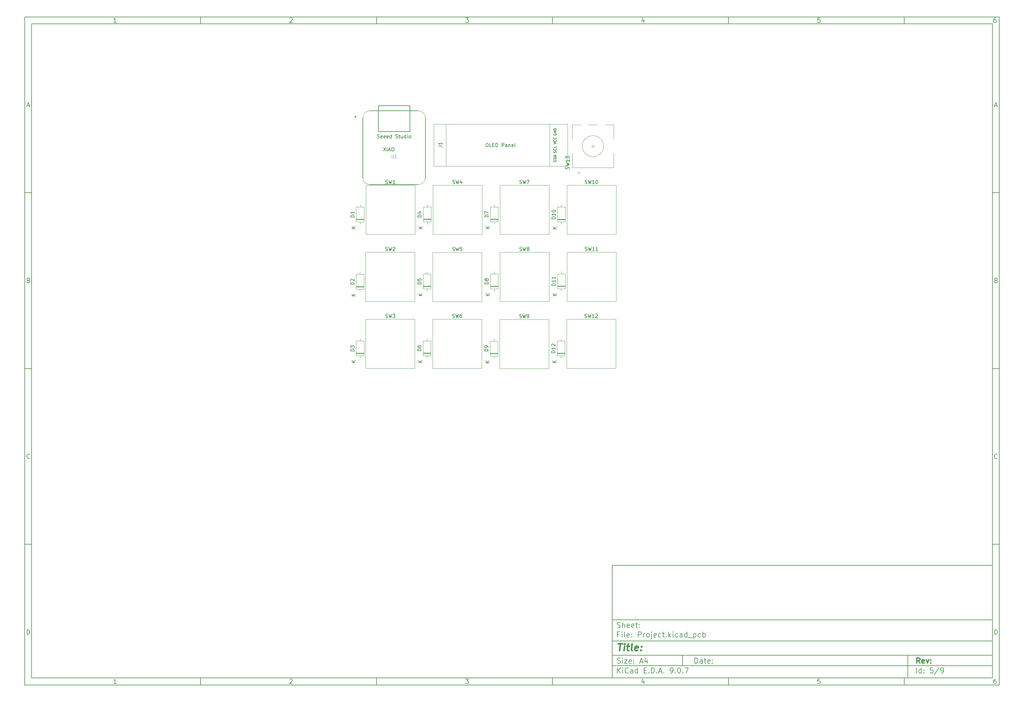
<source format=gto>
%TF.GenerationSoftware,KiCad,Pcbnew,9.0.7*%
%TF.CreationDate,2026-02-26T16:53:45+05:30*%
%TF.ProjectId,Project,50726f6a-6563-4742-9e6b-696361645f70,rev?*%
%TF.SameCoordinates,Original*%
%TF.FileFunction,Legend,Top*%
%TF.FilePolarity,Positive*%
%FSLAX46Y46*%
G04 Gerber Fmt 4.6, Leading zero omitted, Abs format (unit mm)*
G04 Created by KiCad (PCBNEW 9.0.7) date 2026-02-26 16:53:45*
%MOMM*%
%LPD*%
G01*
G04 APERTURE LIST*
%ADD10C,0.100000*%
%ADD11C,0.150000*%
%ADD12C,0.300000*%
%ADD13C,0.400000*%
%ADD14C,0.101600*%
%ADD15C,0.120000*%
%ADD16C,0.040000*%
%ADD17C,0.127000*%
%ADD18C,0.254000*%
%ADD19C,0.025400*%
G04 APERTURE END LIST*
D10*
D11*
X177002200Y-166007200D02*
X285002200Y-166007200D01*
X285002200Y-198007200D01*
X177002200Y-198007200D01*
X177002200Y-166007200D01*
D10*
D11*
X10000000Y-10000000D02*
X287002200Y-10000000D01*
X287002200Y-200007200D01*
X10000000Y-200007200D01*
X10000000Y-10000000D01*
D10*
D11*
X12000000Y-12000000D02*
X285002200Y-12000000D01*
X285002200Y-198007200D01*
X12000000Y-198007200D01*
X12000000Y-12000000D01*
D10*
D11*
X60000000Y-12000000D02*
X60000000Y-10000000D01*
D10*
D11*
X110000000Y-12000000D02*
X110000000Y-10000000D01*
D10*
D11*
X160000000Y-12000000D02*
X160000000Y-10000000D01*
D10*
D11*
X210000000Y-12000000D02*
X210000000Y-10000000D01*
D10*
D11*
X260000000Y-12000000D02*
X260000000Y-10000000D01*
D10*
D11*
X36089160Y-11593604D02*
X35346303Y-11593604D01*
X35717731Y-11593604D02*
X35717731Y-10293604D01*
X35717731Y-10293604D02*
X35593922Y-10479319D01*
X35593922Y-10479319D02*
X35470112Y-10603128D01*
X35470112Y-10603128D02*
X35346303Y-10665033D01*
D10*
D11*
X85346303Y-10417414D02*
X85408207Y-10355509D01*
X85408207Y-10355509D02*
X85532017Y-10293604D01*
X85532017Y-10293604D02*
X85841541Y-10293604D01*
X85841541Y-10293604D02*
X85965350Y-10355509D01*
X85965350Y-10355509D02*
X86027255Y-10417414D01*
X86027255Y-10417414D02*
X86089160Y-10541223D01*
X86089160Y-10541223D02*
X86089160Y-10665033D01*
X86089160Y-10665033D02*
X86027255Y-10850747D01*
X86027255Y-10850747D02*
X85284398Y-11593604D01*
X85284398Y-11593604D02*
X86089160Y-11593604D01*
D10*
D11*
X135284398Y-10293604D02*
X136089160Y-10293604D01*
X136089160Y-10293604D02*
X135655826Y-10788842D01*
X135655826Y-10788842D02*
X135841541Y-10788842D01*
X135841541Y-10788842D02*
X135965350Y-10850747D01*
X135965350Y-10850747D02*
X136027255Y-10912652D01*
X136027255Y-10912652D02*
X136089160Y-11036461D01*
X136089160Y-11036461D02*
X136089160Y-11345985D01*
X136089160Y-11345985D02*
X136027255Y-11469795D01*
X136027255Y-11469795D02*
X135965350Y-11531700D01*
X135965350Y-11531700D02*
X135841541Y-11593604D01*
X135841541Y-11593604D02*
X135470112Y-11593604D01*
X135470112Y-11593604D02*
X135346303Y-11531700D01*
X135346303Y-11531700D02*
X135284398Y-11469795D01*
D10*
D11*
X185965350Y-10726938D02*
X185965350Y-11593604D01*
X185655826Y-10231700D02*
X185346303Y-11160271D01*
X185346303Y-11160271D02*
X186151064Y-11160271D01*
D10*
D11*
X236027255Y-10293604D02*
X235408207Y-10293604D01*
X235408207Y-10293604D02*
X235346303Y-10912652D01*
X235346303Y-10912652D02*
X235408207Y-10850747D01*
X235408207Y-10850747D02*
X235532017Y-10788842D01*
X235532017Y-10788842D02*
X235841541Y-10788842D01*
X235841541Y-10788842D02*
X235965350Y-10850747D01*
X235965350Y-10850747D02*
X236027255Y-10912652D01*
X236027255Y-10912652D02*
X236089160Y-11036461D01*
X236089160Y-11036461D02*
X236089160Y-11345985D01*
X236089160Y-11345985D02*
X236027255Y-11469795D01*
X236027255Y-11469795D02*
X235965350Y-11531700D01*
X235965350Y-11531700D02*
X235841541Y-11593604D01*
X235841541Y-11593604D02*
X235532017Y-11593604D01*
X235532017Y-11593604D02*
X235408207Y-11531700D01*
X235408207Y-11531700D02*
X235346303Y-11469795D01*
D10*
D11*
X285965350Y-10293604D02*
X285717731Y-10293604D01*
X285717731Y-10293604D02*
X285593922Y-10355509D01*
X285593922Y-10355509D02*
X285532017Y-10417414D01*
X285532017Y-10417414D02*
X285408207Y-10603128D01*
X285408207Y-10603128D02*
X285346303Y-10850747D01*
X285346303Y-10850747D02*
X285346303Y-11345985D01*
X285346303Y-11345985D02*
X285408207Y-11469795D01*
X285408207Y-11469795D02*
X285470112Y-11531700D01*
X285470112Y-11531700D02*
X285593922Y-11593604D01*
X285593922Y-11593604D02*
X285841541Y-11593604D01*
X285841541Y-11593604D02*
X285965350Y-11531700D01*
X285965350Y-11531700D02*
X286027255Y-11469795D01*
X286027255Y-11469795D02*
X286089160Y-11345985D01*
X286089160Y-11345985D02*
X286089160Y-11036461D01*
X286089160Y-11036461D02*
X286027255Y-10912652D01*
X286027255Y-10912652D02*
X285965350Y-10850747D01*
X285965350Y-10850747D02*
X285841541Y-10788842D01*
X285841541Y-10788842D02*
X285593922Y-10788842D01*
X285593922Y-10788842D02*
X285470112Y-10850747D01*
X285470112Y-10850747D02*
X285408207Y-10912652D01*
X285408207Y-10912652D02*
X285346303Y-11036461D01*
D10*
D11*
X60000000Y-198007200D02*
X60000000Y-200007200D01*
D10*
D11*
X110000000Y-198007200D02*
X110000000Y-200007200D01*
D10*
D11*
X160000000Y-198007200D02*
X160000000Y-200007200D01*
D10*
D11*
X210000000Y-198007200D02*
X210000000Y-200007200D01*
D10*
D11*
X260000000Y-198007200D02*
X260000000Y-200007200D01*
D10*
D11*
X36089160Y-199600804D02*
X35346303Y-199600804D01*
X35717731Y-199600804D02*
X35717731Y-198300804D01*
X35717731Y-198300804D02*
X35593922Y-198486519D01*
X35593922Y-198486519D02*
X35470112Y-198610328D01*
X35470112Y-198610328D02*
X35346303Y-198672233D01*
D10*
D11*
X85346303Y-198424614D02*
X85408207Y-198362709D01*
X85408207Y-198362709D02*
X85532017Y-198300804D01*
X85532017Y-198300804D02*
X85841541Y-198300804D01*
X85841541Y-198300804D02*
X85965350Y-198362709D01*
X85965350Y-198362709D02*
X86027255Y-198424614D01*
X86027255Y-198424614D02*
X86089160Y-198548423D01*
X86089160Y-198548423D02*
X86089160Y-198672233D01*
X86089160Y-198672233D02*
X86027255Y-198857947D01*
X86027255Y-198857947D02*
X85284398Y-199600804D01*
X85284398Y-199600804D02*
X86089160Y-199600804D01*
D10*
D11*
X135284398Y-198300804D02*
X136089160Y-198300804D01*
X136089160Y-198300804D02*
X135655826Y-198796042D01*
X135655826Y-198796042D02*
X135841541Y-198796042D01*
X135841541Y-198796042D02*
X135965350Y-198857947D01*
X135965350Y-198857947D02*
X136027255Y-198919852D01*
X136027255Y-198919852D02*
X136089160Y-199043661D01*
X136089160Y-199043661D02*
X136089160Y-199353185D01*
X136089160Y-199353185D02*
X136027255Y-199476995D01*
X136027255Y-199476995D02*
X135965350Y-199538900D01*
X135965350Y-199538900D02*
X135841541Y-199600804D01*
X135841541Y-199600804D02*
X135470112Y-199600804D01*
X135470112Y-199600804D02*
X135346303Y-199538900D01*
X135346303Y-199538900D02*
X135284398Y-199476995D01*
D10*
D11*
X185965350Y-198734138D02*
X185965350Y-199600804D01*
X185655826Y-198238900D02*
X185346303Y-199167471D01*
X185346303Y-199167471D02*
X186151064Y-199167471D01*
D10*
D11*
X236027255Y-198300804D02*
X235408207Y-198300804D01*
X235408207Y-198300804D02*
X235346303Y-198919852D01*
X235346303Y-198919852D02*
X235408207Y-198857947D01*
X235408207Y-198857947D02*
X235532017Y-198796042D01*
X235532017Y-198796042D02*
X235841541Y-198796042D01*
X235841541Y-198796042D02*
X235965350Y-198857947D01*
X235965350Y-198857947D02*
X236027255Y-198919852D01*
X236027255Y-198919852D02*
X236089160Y-199043661D01*
X236089160Y-199043661D02*
X236089160Y-199353185D01*
X236089160Y-199353185D02*
X236027255Y-199476995D01*
X236027255Y-199476995D02*
X235965350Y-199538900D01*
X235965350Y-199538900D02*
X235841541Y-199600804D01*
X235841541Y-199600804D02*
X235532017Y-199600804D01*
X235532017Y-199600804D02*
X235408207Y-199538900D01*
X235408207Y-199538900D02*
X235346303Y-199476995D01*
D10*
D11*
X285965350Y-198300804D02*
X285717731Y-198300804D01*
X285717731Y-198300804D02*
X285593922Y-198362709D01*
X285593922Y-198362709D02*
X285532017Y-198424614D01*
X285532017Y-198424614D02*
X285408207Y-198610328D01*
X285408207Y-198610328D02*
X285346303Y-198857947D01*
X285346303Y-198857947D02*
X285346303Y-199353185D01*
X285346303Y-199353185D02*
X285408207Y-199476995D01*
X285408207Y-199476995D02*
X285470112Y-199538900D01*
X285470112Y-199538900D02*
X285593922Y-199600804D01*
X285593922Y-199600804D02*
X285841541Y-199600804D01*
X285841541Y-199600804D02*
X285965350Y-199538900D01*
X285965350Y-199538900D02*
X286027255Y-199476995D01*
X286027255Y-199476995D02*
X286089160Y-199353185D01*
X286089160Y-199353185D02*
X286089160Y-199043661D01*
X286089160Y-199043661D02*
X286027255Y-198919852D01*
X286027255Y-198919852D02*
X285965350Y-198857947D01*
X285965350Y-198857947D02*
X285841541Y-198796042D01*
X285841541Y-198796042D02*
X285593922Y-198796042D01*
X285593922Y-198796042D02*
X285470112Y-198857947D01*
X285470112Y-198857947D02*
X285408207Y-198919852D01*
X285408207Y-198919852D02*
X285346303Y-199043661D01*
D10*
D11*
X10000000Y-60000000D02*
X12000000Y-60000000D01*
D10*
D11*
X10000000Y-110000000D02*
X12000000Y-110000000D01*
D10*
D11*
X10000000Y-160000000D02*
X12000000Y-160000000D01*
D10*
D11*
X10690476Y-35222176D02*
X11309523Y-35222176D01*
X10566666Y-35593604D02*
X10999999Y-34293604D01*
X10999999Y-34293604D02*
X11433333Y-35593604D01*
D10*
D11*
X11092857Y-84912652D02*
X11278571Y-84974557D01*
X11278571Y-84974557D02*
X11340476Y-85036461D01*
X11340476Y-85036461D02*
X11402380Y-85160271D01*
X11402380Y-85160271D02*
X11402380Y-85345985D01*
X11402380Y-85345985D02*
X11340476Y-85469795D01*
X11340476Y-85469795D02*
X11278571Y-85531700D01*
X11278571Y-85531700D02*
X11154761Y-85593604D01*
X11154761Y-85593604D02*
X10659523Y-85593604D01*
X10659523Y-85593604D02*
X10659523Y-84293604D01*
X10659523Y-84293604D02*
X11092857Y-84293604D01*
X11092857Y-84293604D02*
X11216666Y-84355509D01*
X11216666Y-84355509D02*
X11278571Y-84417414D01*
X11278571Y-84417414D02*
X11340476Y-84541223D01*
X11340476Y-84541223D02*
X11340476Y-84665033D01*
X11340476Y-84665033D02*
X11278571Y-84788842D01*
X11278571Y-84788842D02*
X11216666Y-84850747D01*
X11216666Y-84850747D02*
X11092857Y-84912652D01*
X11092857Y-84912652D02*
X10659523Y-84912652D01*
D10*
D11*
X11402380Y-135469795D02*
X11340476Y-135531700D01*
X11340476Y-135531700D02*
X11154761Y-135593604D01*
X11154761Y-135593604D02*
X11030952Y-135593604D01*
X11030952Y-135593604D02*
X10845238Y-135531700D01*
X10845238Y-135531700D02*
X10721428Y-135407890D01*
X10721428Y-135407890D02*
X10659523Y-135284080D01*
X10659523Y-135284080D02*
X10597619Y-135036461D01*
X10597619Y-135036461D02*
X10597619Y-134850747D01*
X10597619Y-134850747D02*
X10659523Y-134603128D01*
X10659523Y-134603128D02*
X10721428Y-134479319D01*
X10721428Y-134479319D02*
X10845238Y-134355509D01*
X10845238Y-134355509D02*
X11030952Y-134293604D01*
X11030952Y-134293604D02*
X11154761Y-134293604D01*
X11154761Y-134293604D02*
X11340476Y-134355509D01*
X11340476Y-134355509D02*
X11402380Y-134417414D01*
D10*
D11*
X10659523Y-185593604D02*
X10659523Y-184293604D01*
X10659523Y-184293604D02*
X10969047Y-184293604D01*
X10969047Y-184293604D02*
X11154761Y-184355509D01*
X11154761Y-184355509D02*
X11278571Y-184479319D01*
X11278571Y-184479319D02*
X11340476Y-184603128D01*
X11340476Y-184603128D02*
X11402380Y-184850747D01*
X11402380Y-184850747D02*
X11402380Y-185036461D01*
X11402380Y-185036461D02*
X11340476Y-185284080D01*
X11340476Y-185284080D02*
X11278571Y-185407890D01*
X11278571Y-185407890D02*
X11154761Y-185531700D01*
X11154761Y-185531700D02*
X10969047Y-185593604D01*
X10969047Y-185593604D02*
X10659523Y-185593604D01*
D10*
D11*
X287002200Y-60000000D02*
X285002200Y-60000000D01*
D10*
D11*
X287002200Y-110000000D02*
X285002200Y-110000000D01*
D10*
D11*
X287002200Y-160000000D02*
X285002200Y-160000000D01*
D10*
D11*
X285692676Y-35222176D02*
X286311723Y-35222176D01*
X285568866Y-35593604D02*
X286002199Y-34293604D01*
X286002199Y-34293604D02*
X286435533Y-35593604D01*
D10*
D11*
X286095057Y-84912652D02*
X286280771Y-84974557D01*
X286280771Y-84974557D02*
X286342676Y-85036461D01*
X286342676Y-85036461D02*
X286404580Y-85160271D01*
X286404580Y-85160271D02*
X286404580Y-85345985D01*
X286404580Y-85345985D02*
X286342676Y-85469795D01*
X286342676Y-85469795D02*
X286280771Y-85531700D01*
X286280771Y-85531700D02*
X286156961Y-85593604D01*
X286156961Y-85593604D02*
X285661723Y-85593604D01*
X285661723Y-85593604D02*
X285661723Y-84293604D01*
X285661723Y-84293604D02*
X286095057Y-84293604D01*
X286095057Y-84293604D02*
X286218866Y-84355509D01*
X286218866Y-84355509D02*
X286280771Y-84417414D01*
X286280771Y-84417414D02*
X286342676Y-84541223D01*
X286342676Y-84541223D02*
X286342676Y-84665033D01*
X286342676Y-84665033D02*
X286280771Y-84788842D01*
X286280771Y-84788842D02*
X286218866Y-84850747D01*
X286218866Y-84850747D02*
X286095057Y-84912652D01*
X286095057Y-84912652D02*
X285661723Y-84912652D01*
D10*
D11*
X286404580Y-135469795D02*
X286342676Y-135531700D01*
X286342676Y-135531700D02*
X286156961Y-135593604D01*
X286156961Y-135593604D02*
X286033152Y-135593604D01*
X286033152Y-135593604D02*
X285847438Y-135531700D01*
X285847438Y-135531700D02*
X285723628Y-135407890D01*
X285723628Y-135407890D02*
X285661723Y-135284080D01*
X285661723Y-135284080D02*
X285599819Y-135036461D01*
X285599819Y-135036461D02*
X285599819Y-134850747D01*
X285599819Y-134850747D02*
X285661723Y-134603128D01*
X285661723Y-134603128D02*
X285723628Y-134479319D01*
X285723628Y-134479319D02*
X285847438Y-134355509D01*
X285847438Y-134355509D02*
X286033152Y-134293604D01*
X286033152Y-134293604D02*
X286156961Y-134293604D01*
X286156961Y-134293604D02*
X286342676Y-134355509D01*
X286342676Y-134355509D02*
X286404580Y-134417414D01*
D10*
D11*
X285661723Y-185593604D02*
X285661723Y-184293604D01*
X285661723Y-184293604D02*
X285971247Y-184293604D01*
X285971247Y-184293604D02*
X286156961Y-184355509D01*
X286156961Y-184355509D02*
X286280771Y-184479319D01*
X286280771Y-184479319D02*
X286342676Y-184603128D01*
X286342676Y-184603128D02*
X286404580Y-184850747D01*
X286404580Y-184850747D02*
X286404580Y-185036461D01*
X286404580Y-185036461D02*
X286342676Y-185284080D01*
X286342676Y-185284080D02*
X286280771Y-185407890D01*
X286280771Y-185407890D02*
X286156961Y-185531700D01*
X286156961Y-185531700D02*
X285971247Y-185593604D01*
X285971247Y-185593604D02*
X285661723Y-185593604D01*
D10*
D11*
X200458026Y-193793328D02*
X200458026Y-192293328D01*
X200458026Y-192293328D02*
X200815169Y-192293328D01*
X200815169Y-192293328D02*
X201029455Y-192364757D01*
X201029455Y-192364757D02*
X201172312Y-192507614D01*
X201172312Y-192507614D02*
X201243741Y-192650471D01*
X201243741Y-192650471D02*
X201315169Y-192936185D01*
X201315169Y-192936185D02*
X201315169Y-193150471D01*
X201315169Y-193150471D02*
X201243741Y-193436185D01*
X201243741Y-193436185D02*
X201172312Y-193579042D01*
X201172312Y-193579042D02*
X201029455Y-193721900D01*
X201029455Y-193721900D02*
X200815169Y-193793328D01*
X200815169Y-193793328D02*
X200458026Y-193793328D01*
X202600884Y-193793328D02*
X202600884Y-193007614D01*
X202600884Y-193007614D02*
X202529455Y-192864757D01*
X202529455Y-192864757D02*
X202386598Y-192793328D01*
X202386598Y-192793328D02*
X202100884Y-192793328D01*
X202100884Y-192793328D02*
X201958026Y-192864757D01*
X202600884Y-193721900D02*
X202458026Y-193793328D01*
X202458026Y-193793328D02*
X202100884Y-193793328D01*
X202100884Y-193793328D02*
X201958026Y-193721900D01*
X201958026Y-193721900D02*
X201886598Y-193579042D01*
X201886598Y-193579042D02*
X201886598Y-193436185D01*
X201886598Y-193436185D02*
X201958026Y-193293328D01*
X201958026Y-193293328D02*
X202100884Y-193221900D01*
X202100884Y-193221900D02*
X202458026Y-193221900D01*
X202458026Y-193221900D02*
X202600884Y-193150471D01*
X203100884Y-192793328D02*
X203672312Y-192793328D01*
X203315169Y-192293328D02*
X203315169Y-193579042D01*
X203315169Y-193579042D02*
X203386598Y-193721900D01*
X203386598Y-193721900D02*
X203529455Y-193793328D01*
X203529455Y-193793328D02*
X203672312Y-193793328D01*
X204743741Y-193721900D02*
X204600884Y-193793328D01*
X204600884Y-193793328D02*
X204315170Y-193793328D01*
X204315170Y-193793328D02*
X204172312Y-193721900D01*
X204172312Y-193721900D02*
X204100884Y-193579042D01*
X204100884Y-193579042D02*
X204100884Y-193007614D01*
X204100884Y-193007614D02*
X204172312Y-192864757D01*
X204172312Y-192864757D02*
X204315170Y-192793328D01*
X204315170Y-192793328D02*
X204600884Y-192793328D01*
X204600884Y-192793328D02*
X204743741Y-192864757D01*
X204743741Y-192864757D02*
X204815170Y-193007614D01*
X204815170Y-193007614D02*
X204815170Y-193150471D01*
X204815170Y-193150471D02*
X204100884Y-193293328D01*
X205458026Y-193650471D02*
X205529455Y-193721900D01*
X205529455Y-193721900D02*
X205458026Y-193793328D01*
X205458026Y-193793328D02*
X205386598Y-193721900D01*
X205386598Y-193721900D02*
X205458026Y-193650471D01*
X205458026Y-193650471D02*
X205458026Y-193793328D01*
X205458026Y-192864757D02*
X205529455Y-192936185D01*
X205529455Y-192936185D02*
X205458026Y-193007614D01*
X205458026Y-193007614D02*
X205386598Y-192936185D01*
X205386598Y-192936185D02*
X205458026Y-192864757D01*
X205458026Y-192864757D02*
X205458026Y-193007614D01*
D10*
D11*
X177002200Y-194507200D02*
X285002200Y-194507200D01*
D10*
D11*
X178458026Y-196593328D02*
X178458026Y-195093328D01*
X179315169Y-196593328D02*
X178672312Y-195736185D01*
X179315169Y-195093328D02*
X178458026Y-195950471D01*
X179958026Y-196593328D02*
X179958026Y-195593328D01*
X179958026Y-195093328D02*
X179886598Y-195164757D01*
X179886598Y-195164757D02*
X179958026Y-195236185D01*
X179958026Y-195236185D02*
X180029455Y-195164757D01*
X180029455Y-195164757D02*
X179958026Y-195093328D01*
X179958026Y-195093328D02*
X179958026Y-195236185D01*
X181529455Y-196450471D02*
X181458027Y-196521900D01*
X181458027Y-196521900D02*
X181243741Y-196593328D01*
X181243741Y-196593328D02*
X181100884Y-196593328D01*
X181100884Y-196593328D02*
X180886598Y-196521900D01*
X180886598Y-196521900D02*
X180743741Y-196379042D01*
X180743741Y-196379042D02*
X180672312Y-196236185D01*
X180672312Y-196236185D02*
X180600884Y-195950471D01*
X180600884Y-195950471D02*
X180600884Y-195736185D01*
X180600884Y-195736185D02*
X180672312Y-195450471D01*
X180672312Y-195450471D02*
X180743741Y-195307614D01*
X180743741Y-195307614D02*
X180886598Y-195164757D01*
X180886598Y-195164757D02*
X181100884Y-195093328D01*
X181100884Y-195093328D02*
X181243741Y-195093328D01*
X181243741Y-195093328D02*
X181458027Y-195164757D01*
X181458027Y-195164757D02*
X181529455Y-195236185D01*
X182815170Y-196593328D02*
X182815170Y-195807614D01*
X182815170Y-195807614D02*
X182743741Y-195664757D01*
X182743741Y-195664757D02*
X182600884Y-195593328D01*
X182600884Y-195593328D02*
X182315170Y-195593328D01*
X182315170Y-195593328D02*
X182172312Y-195664757D01*
X182815170Y-196521900D02*
X182672312Y-196593328D01*
X182672312Y-196593328D02*
X182315170Y-196593328D01*
X182315170Y-196593328D02*
X182172312Y-196521900D01*
X182172312Y-196521900D02*
X182100884Y-196379042D01*
X182100884Y-196379042D02*
X182100884Y-196236185D01*
X182100884Y-196236185D02*
X182172312Y-196093328D01*
X182172312Y-196093328D02*
X182315170Y-196021900D01*
X182315170Y-196021900D02*
X182672312Y-196021900D01*
X182672312Y-196021900D02*
X182815170Y-195950471D01*
X184172313Y-196593328D02*
X184172313Y-195093328D01*
X184172313Y-196521900D02*
X184029455Y-196593328D01*
X184029455Y-196593328D02*
X183743741Y-196593328D01*
X183743741Y-196593328D02*
X183600884Y-196521900D01*
X183600884Y-196521900D02*
X183529455Y-196450471D01*
X183529455Y-196450471D02*
X183458027Y-196307614D01*
X183458027Y-196307614D02*
X183458027Y-195879042D01*
X183458027Y-195879042D02*
X183529455Y-195736185D01*
X183529455Y-195736185D02*
X183600884Y-195664757D01*
X183600884Y-195664757D02*
X183743741Y-195593328D01*
X183743741Y-195593328D02*
X184029455Y-195593328D01*
X184029455Y-195593328D02*
X184172313Y-195664757D01*
X186029455Y-195807614D02*
X186529455Y-195807614D01*
X186743741Y-196593328D02*
X186029455Y-196593328D01*
X186029455Y-196593328D02*
X186029455Y-195093328D01*
X186029455Y-195093328D02*
X186743741Y-195093328D01*
X187386598Y-196450471D02*
X187458027Y-196521900D01*
X187458027Y-196521900D02*
X187386598Y-196593328D01*
X187386598Y-196593328D02*
X187315170Y-196521900D01*
X187315170Y-196521900D02*
X187386598Y-196450471D01*
X187386598Y-196450471D02*
X187386598Y-196593328D01*
X188100884Y-196593328D02*
X188100884Y-195093328D01*
X188100884Y-195093328D02*
X188458027Y-195093328D01*
X188458027Y-195093328D02*
X188672313Y-195164757D01*
X188672313Y-195164757D02*
X188815170Y-195307614D01*
X188815170Y-195307614D02*
X188886599Y-195450471D01*
X188886599Y-195450471D02*
X188958027Y-195736185D01*
X188958027Y-195736185D02*
X188958027Y-195950471D01*
X188958027Y-195950471D02*
X188886599Y-196236185D01*
X188886599Y-196236185D02*
X188815170Y-196379042D01*
X188815170Y-196379042D02*
X188672313Y-196521900D01*
X188672313Y-196521900D02*
X188458027Y-196593328D01*
X188458027Y-196593328D02*
X188100884Y-196593328D01*
X189600884Y-196450471D02*
X189672313Y-196521900D01*
X189672313Y-196521900D02*
X189600884Y-196593328D01*
X189600884Y-196593328D02*
X189529456Y-196521900D01*
X189529456Y-196521900D02*
X189600884Y-196450471D01*
X189600884Y-196450471D02*
X189600884Y-196593328D01*
X190243742Y-196164757D02*
X190958028Y-196164757D01*
X190100885Y-196593328D02*
X190600885Y-195093328D01*
X190600885Y-195093328D02*
X191100885Y-196593328D01*
X191600884Y-196450471D02*
X191672313Y-196521900D01*
X191672313Y-196521900D02*
X191600884Y-196593328D01*
X191600884Y-196593328D02*
X191529456Y-196521900D01*
X191529456Y-196521900D02*
X191600884Y-196450471D01*
X191600884Y-196450471D02*
X191600884Y-196593328D01*
X193529456Y-196593328D02*
X193815170Y-196593328D01*
X193815170Y-196593328D02*
X193958027Y-196521900D01*
X193958027Y-196521900D02*
X194029456Y-196450471D01*
X194029456Y-196450471D02*
X194172313Y-196236185D01*
X194172313Y-196236185D02*
X194243742Y-195950471D01*
X194243742Y-195950471D02*
X194243742Y-195379042D01*
X194243742Y-195379042D02*
X194172313Y-195236185D01*
X194172313Y-195236185D02*
X194100885Y-195164757D01*
X194100885Y-195164757D02*
X193958027Y-195093328D01*
X193958027Y-195093328D02*
X193672313Y-195093328D01*
X193672313Y-195093328D02*
X193529456Y-195164757D01*
X193529456Y-195164757D02*
X193458027Y-195236185D01*
X193458027Y-195236185D02*
X193386599Y-195379042D01*
X193386599Y-195379042D02*
X193386599Y-195736185D01*
X193386599Y-195736185D02*
X193458027Y-195879042D01*
X193458027Y-195879042D02*
X193529456Y-195950471D01*
X193529456Y-195950471D02*
X193672313Y-196021900D01*
X193672313Y-196021900D02*
X193958027Y-196021900D01*
X193958027Y-196021900D02*
X194100885Y-195950471D01*
X194100885Y-195950471D02*
X194172313Y-195879042D01*
X194172313Y-195879042D02*
X194243742Y-195736185D01*
X194886598Y-196450471D02*
X194958027Y-196521900D01*
X194958027Y-196521900D02*
X194886598Y-196593328D01*
X194886598Y-196593328D02*
X194815170Y-196521900D01*
X194815170Y-196521900D02*
X194886598Y-196450471D01*
X194886598Y-196450471D02*
X194886598Y-196593328D01*
X195886599Y-195093328D02*
X196029456Y-195093328D01*
X196029456Y-195093328D02*
X196172313Y-195164757D01*
X196172313Y-195164757D02*
X196243742Y-195236185D01*
X196243742Y-195236185D02*
X196315170Y-195379042D01*
X196315170Y-195379042D02*
X196386599Y-195664757D01*
X196386599Y-195664757D02*
X196386599Y-196021900D01*
X196386599Y-196021900D02*
X196315170Y-196307614D01*
X196315170Y-196307614D02*
X196243742Y-196450471D01*
X196243742Y-196450471D02*
X196172313Y-196521900D01*
X196172313Y-196521900D02*
X196029456Y-196593328D01*
X196029456Y-196593328D02*
X195886599Y-196593328D01*
X195886599Y-196593328D02*
X195743742Y-196521900D01*
X195743742Y-196521900D02*
X195672313Y-196450471D01*
X195672313Y-196450471D02*
X195600884Y-196307614D01*
X195600884Y-196307614D02*
X195529456Y-196021900D01*
X195529456Y-196021900D02*
X195529456Y-195664757D01*
X195529456Y-195664757D02*
X195600884Y-195379042D01*
X195600884Y-195379042D02*
X195672313Y-195236185D01*
X195672313Y-195236185D02*
X195743742Y-195164757D01*
X195743742Y-195164757D02*
X195886599Y-195093328D01*
X197029455Y-196450471D02*
X197100884Y-196521900D01*
X197100884Y-196521900D02*
X197029455Y-196593328D01*
X197029455Y-196593328D02*
X196958027Y-196521900D01*
X196958027Y-196521900D02*
X197029455Y-196450471D01*
X197029455Y-196450471D02*
X197029455Y-196593328D01*
X197600884Y-195093328D02*
X198600884Y-195093328D01*
X198600884Y-195093328D02*
X197958027Y-196593328D01*
D10*
D11*
X177002200Y-191507200D02*
X285002200Y-191507200D01*
D10*
D12*
X264413853Y-193785528D02*
X263913853Y-193071242D01*
X263556710Y-193785528D02*
X263556710Y-192285528D01*
X263556710Y-192285528D02*
X264128139Y-192285528D01*
X264128139Y-192285528D02*
X264270996Y-192356957D01*
X264270996Y-192356957D02*
X264342425Y-192428385D01*
X264342425Y-192428385D02*
X264413853Y-192571242D01*
X264413853Y-192571242D02*
X264413853Y-192785528D01*
X264413853Y-192785528D02*
X264342425Y-192928385D01*
X264342425Y-192928385D02*
X264270996Y-192999814D01*
X264270996Y-192999814D02*
X264128139Y-193071242D01*
X264128139Y-193071242D02*
X263556710Y-193071242D01*
X265628139Y-193714100D02*
X265485282Y-193785528D01*
X265485282Y-193785528D02*
X265199568Y-193785528D01*
X265199568Y-193785528D02*
X265056710Y-193714100D01*
X265056710Y-193714100D02*
X264985282Y-193571242D01*
X264985282Y-193571242D02*
X264985282Y-192999814D01*
X264985282Y-192999814D02*
X265056710Y-192856957D01*
X265056710Y-192856957D02*
X265199568Y-192785528D01*
X265199568Y-192785528D02*
X265485282Y-192785528D01*
X265485282Y-192785528D02*
X265628139Y-192856957D01*
X265628139Y-192856957D02*
X265699568Y-192999814D01*
X265699568Y-192999814D02*
X265699568Y-193142671D01*
X265699568Y-193142671D02*
X264985282Y-193285528D01*
X266199567Y-192785528D02*
X266556710Y-193785528D01*
X266556710Y-193785528D02*
X266913853Y-192785528D01*
X267485281Y-193642671D02*
X267556710Y-193714100D01*
X267556710Y-193714100D02*
X267485281Y-193785528D01*
X267485281Y-193785528D02*
X267413853Y-193714100D01*
X267413853Y-193714100D02*
X267485281Y-193642671D01*
X267485281Y-193642671D02*
X267485281Y-193785528D01*
X267485281Y-192856957D02*
X267556710Y-192928385D01*
X267556710Y-192928385D02*
X267485281Y-192999814D01*
X267485281Y-192999814D02*
X267413853Y-192928385D01*
X267413853Y-192928385D02*
X267485281Y-192856957D01*
X267485281Y-192856957D02*
X267485281Y-192999814D01*
D10*
D11*
X178386598Y-193721900D02*
X178600884Y-193793328D01*
X178600884Y-193793328D02*
X178958026Y-193793328D01*
X178958026Y-193793328D02*
X179100884Y-193721900D01*
X179100884Y-193721900D02*
X179172312Y-193650471D01*
X179172312Y-193650471D02*
X179243741Y-193507614D01*
X179243741Y-193507614D02*
X179243741Y-193364757D01*
X179243741Y-193364757D02*
X179172312Y-193221900D01*
X179172312Y-193221900D02*
X179100884Y-193150471D01*
X179100884Y-193150471D02*
X178958026Y-193079042D01*
X178958026Y-193079042D02*
X178672312Y-193007614D01*
X178672312Y-193007614D02*
X178529455Y-192936185D01*
X178529455Y-192936185D02*
X178458026Y-192864757D01*
X178458026Y-192864757D02*
X178386598Y-192721900D01*
X178386598Y-192721900D02*
X178386598Y-192579042D01*
X178386598Y-192579042D02*
X178458026Y-192436185D01*
X178458026Y-192436185D02*
X178529455Y-192364757D01*
X178529455Y-192364757D02*
X178672312Y-192293328D01*
X178672312Y-192293328D02*
X179029455Y-192293328D01*
X179029455Y-192293328D02*
X179243741Y-192364757D01*
X179886597Y-193793328D02*
X179886597Y-192793328D01*
X179886597Y-192293328D02*
X179815169Y-192364757D01*
X179815169Y-192364757D02*
X179886597Y-192436185D01*
X179886597Y-192436185D02*
X179958026Y-192364757D01*
X179958026Y-192364757D02*
X179886597Y-192293328D01*
X179886597Y-192293328D02*
X179886597Y-192436185D01*
X180458026Y-192793328D02*
X181243741Y-192793328D01*
X181243741Y-192793328D02*
X180458026Y-193793328D01*
X180458026Y-193793328D02*
X181243741Y-193793328D01*
X182386598Y-193721900D02*
X182243741Y-193793328D01*
X182243741Y-193793328D02*
X181958027Y-193793328D01*
X181958027Y-193793328D02*
X181815169Y-193721900D01*
X181815169Y-193721900D02*
X181743741Y-193579042D01*
X181743741Y-193579042D02*
X181743741Y-193007614D01*
X181743741Y-193007614D02*
X181815169Y-192864757D01*
X181815169Y-192864757D02*
X181958027Y-192793328D01*
X181958027Y-192793328D02*
X182243741Y-192793328D01*
X182243741Y-192793328D02*
X182386598Y-192864757D01*
X182386598Y-192864757D02*
X182458027Y-193007614D01*
X182458027Y-193007614D02*
X182458027Y-193150471D01*
X182458027Y-193150471D02*
X181743741Y-193293328D01*
X183100883Y-193650471D02*
X183172312Y-193721900D01*
X183172312Y-193721900D02*
X183100883Y-193793328D01*
X183100883Y-193793328D02*
X183029455Y-193721900D01*
X183029455Y-193721900D02*
X183100883Y-193650471D01*
X183100883Y-193650471D02*
X183100883Y-193793328D01*
X183100883Y-192864757D02*
X183172312Y-192936185D01*
X183172312Y-192936185D02*
X183100883Y-193007614D01*
X183100883Y-193007614D02*
X183029455Y-192936185D01*
X183029455Y-192936185D02*
X183100883Y-192864757D01*
X183100883Y-192864757D02*
X183100883Y-193007614D01*
X184886598Y-193364757D02*
X185600884Y-193364757D01*
X184743741Y-193793328D02*
X185243741Y-192293328D01*
X185243741Y-192293328D02*
X185743741Y-193793328D01*
X186886598Y-192793328D02*
X186886598Y-193793328D01*
X186529455Y-192221900D02*
X186172312Y-193293328D01*
X186172312Y-193293328D02*
X187100883Y-193293328D01*
D10*
D11*
X263458026Y-196593328D02*
X263458026Y-195093328D01*
X264815170Y-196593328D02*
X264815170Y-195093328D01*
X264815170Y-196521900D02*
X264672312Y-196593328D01*
X264672312Y-196593328D02*
X264386598Y-196593328D01*
X264386598Y-196593328D02*
X264243741Y-196521900D01*
X264243741Y-196521900D02*
X264172312Y-196450471D01*
X264172312Y-196450471D02*
X264100884Y-196307614D01*
X264100884Y-196307614D02*
X264100884Y-195879042D01*
X264100884Y-195879042D02*
X264172312Y-195736185D01*
X264172312Y-195736185D02*
X264243741Y-195664757D01*
X264243741Y-195664757D02*
X264386598Y-195593328D01*
X264386598Y-195593328D02*
X264672312Y-195593328D01*
X264672312Y-195593328D02*
X264815170Y-195664757D01*
X265529455Y-196450471D02*
X265600884Y-196521900D01*
X265600884Y-196521900D02*
X265529455Y-196593328D01*
X265529455Y-196593328D02*
X265458027Y-196521900D01*
X265458027Y-196521900D02*
X265529455Y-196450471D01*
X265529455Y-196450471D02*
X265529455Y-196593328D01*
X265529455Y-195664757D02*
X265600884Y-195736185D01*
X265600884Y-195736185D02*
X265529455Y-195807614D01*
X265529455Y-195807614D02*
X265458027Y-195736185D01*
X265458027Y-195736185D02*
X265529455Y-195664757D01*
X265529455Y-195664757D02*
X265529455Y-195807614D01*
X268100884Y-195093328D02*
X267386598Y-195093328D01*
X267386598Y-195093328D02*
X267315170Y-195807614D01*
X267315170Y-195807614D02*
X267386598Y-195736185D01*
X267386598Y-195736185D02*
X267529456Y-195664757D01*
X267529456Y-195664757D02*
X267886598Y-195664757D01*
X267886598Y-195664757D02*
X268029456Y-195736185D01*
X268029456Y-195736185D02*
X268100884Y-195807614D01*
X268100884Y-195807614D02*
X268172313Y-195950471D01*
X268172313Y-195950471D02*
X268172313Y-196307614D01*
X268172313Y-196307614D02*
X268100884Y-196450471D01*
X268100884Y-196450471D02*
X268029456Y-196521900D01*
X268029456Y-196521900D02*
X267886598Y-196593328D01*
X267886598Y-196593328D02*
X267529456Y-196593328D01*
X267529456Y-196593328D02*
X267386598Y-196521900D01*
X267386598Y-196521900D02*
X267315170Y-196450471D01*
X269886598Y-195021900D02*
X268600884Y-196950471D01*
X270458027Y-196593328D02*
X270743741Y-196593328D01*
X270743741Y-196593328D02*
X270886598Y-196521900D01*
X270886598Y-196521900D02*
X270958027Y-196450471D01*
X270958027Y-196450471D02*
X271100884Y-196236185D01*
X271100884Y-196236185D02*
X271172313Y-195950471D01*
X271172313Y-195950471D02*
X271172313Y-195379042D01*
X271172313Y-195379042D02*
X271100884Y-195236185D01*
X271100884Y-195236185D02*
X271029456Y-195164757D01*
X271029456Y-195164757D02*
X270886598Y-195093328D01*
X270886598Y-195093328D02*
X270600884Y-195093328D01*
X270600884Y-195093328D02*
X270458027Y-195164757D01*
X270458027Y-195164757D02*
X270386598Y-195236185D01*
X270386598Y-195236185D02*
X270315170Y-195379042D01*
X270315170Y-195379042D02*
X270315170Y-195736185D01*
X270315170Y-195736185D02*
X270386598Y-195879042D01*
X270386598Y-195879042D02*
X270458027Y-195950471D01*
X270458027Y-195950471D02*
X270600884Y-196021900D01*
X270600884Y-196021900D02*
X270886598Y-196021900D01*
X270886598Y-196021900D02*
X271029456Y-195950471D01*
X271029456Y-195950471D02*
X271100884Y-195879042D01*
X271100884Y-195879042D02*
X271172313Y-195736185D01*
D10*
D11*
X177002200Y-187507200D02*
X285002200Y-187507200D01*
D10*
D13*
X178693928Y-188211638D02*
X179836785Y-188211638D01*
X179015357Y-190211638D02*
X179265357Y-188211638D01*
X180253452Y-190211638D02*
X180420119Y-188878304D01*
X180503452Y-188211638D02*
X180396309Y-188306876D01*
X180396309Y-188306876D02*
X180479643Y-188402114D01*
X180479643Y-188402114D02*
X180586786Y-188306876D01*
X180586786Y-188306876D02*
X180503452Y-188211638D01*
X180503452Y-188211638D02*
X180479643Y-188402114D01*
X181086786Y-188878304D02*
X181848690Y-188878304D01*
X181455833Y-188211638D02*
X181241548Y-189925923D01*
X181241548Y-189925923D02*
X181312976Y-190116400D01*
X181312976Y-190116400D02*
X181491548Y-190211638D01*
X181491548Y-190211638D02*
X181682024Y-190211638D01*
X182634405Y-190211638D02*
X182455833Y-190116400D01*
X182455833Y-190116400D02*
X182384405Y-189925923D01*
X182384405Y-189925923D02*
X182598690Y-188211638D01*
X184170119Y-190116400D02*
X183967738Y-190211638D01*
X183967738Y-190211638D02*
X183586785Y-190211638D01*
X183586785Y-190211638D02*
X183408214Y-190116400D01*
X183408214Y-190116400D02*
X183336785Y-189925923D01*
X183336785Y-189925923D02*
X183432024Y-189164019D01*
X183432024Y-189164019D02*
X183551071Y-188973542D01*
X183551071Y-188973542D02*
X183753452Y-188878304D01*
X183753452Y-188878304D02*
X184134404Y-188878304D01*
X184134404Y-188878304D02*
X184312976Y-188973542D01*
X184312976Y-188973542D02*
X184384404Y-189164019D01*
X184384404Y-189164019D02*
X184360595Y-189354495D01*
X184360595Y-189354495D02*
X183384404Y-189544971D01*
X185134405Y-190021161D02*
X185217738Y-190116400D01*
X185217738Y-190116400D02*
X185110595Y-190211638D01*
X185110595Y-190211638D02*
X185027262Y-190116400D01*
X185027262Y-190116400D02*
X185134405Y-190021161D01*
X185134405Y-190021161D02*
X185110595Y-190211638D01*
X185265357Y-188973542D02*
X185348690Y-189068780D01*
X185348690Y-189068780D02*
X185241548Y-189164019D01*
X185241548Y-189164019D02*
X185158214Y-189068780D01*
X185158214Y-189068780D02*
X185265357Y-188973542D01*
X185265357Y-188973542D02*
X185241548Y-189164019D01*
D10*
D11*
X178958026Y-185607614D02*
X178458026Y-185607614D01*
X178458026Y-186393328D02*
X178458026Y-184893328D01*
X178458026Y-184893328D02*
X179172312Y-184893328D01*
X179743740Y-186393328D02*
X179743740Y-185393328D01*
X179743740Y-184893328D02*
X179672312Y-184964757D01*
X179672312Y-184964757D02*
X179743740Y-185036185D01*
X179743740Y-185036185D02*
X179815169Y-184964757D01*
X179815169Y-184964757D02*
X179743740Y-184893328D01*
X179743740Y-184893328D02*
X179743740Y-185036185D01*
X180672312Y-186393328D02*
X180529455Y-186321900D01*
X180529455Y-186321900D02*
X180458026Y-186179042D01*
X180458026Y-186179042D02*
X180458026Y-184893328D01*
X181815169Y-186321900D02*
X181672312Y-186393328D01*
X181672312Y-186393328D02*
X181386598Y-186393328D01*
X181386598Y-186393328D02*
X181243740Y-186321900D01*
X181243740Y-186321900D02*
X181172312Y-186179042D01*
X181172312Y-186179042D02*
X181172312Y-185607614D01*
X181172312Y-185607614D02*
X181243740Y-185464757D01*
X181243740Y-185464757D02*
X181386598Y-185393328D01*
X181386598Y-185393328D02*
X181672312Y-185393328D01*
X181672312Y-185393328D02*
X181815169Y-185464757D01*
X181815169Y-185464757D02*
X181886598Y-185607614D01*
X181886598Y-185607614D02*
X181886598Y-185750471D01*
X181886598Y-185750471D02*
X181172312Y-185893328D01*
X182529454Y-186250471D02*
X182600883Y-186321900D01*
X182600883Y-186321900D02*
X182529454Y-186393328D01*
X182529454Y-186393328D02*
X182458026Y-186321900D01*
X182458026Y-186321900D02*
X182529454Y-186250471D01*
X182529454Y-186250471D02*
X182529454Y-186393328D01*
X182529454Y-185464757D02*
X182600883Y-185536185D01*
X182600883Y-185536185D02*
X182529454Y-185607614D01*
X182529454Y-185607614D02*
X182458026Y-185536185D01*
X182458026Y-185536185D02*
X182529454Y-185464757D01*
X182529454Y-185464757D02*
X182529454Y-185607614D01*
X184386597Y-186393328D02*
X184386597Y-184893328D01*
X184386597Y-184893328D02*
X184958026Y-184893328D01*
X184958026Y-184893328D02*
X185100883Y-184964757D01*
X185100883Y-184964757D02*
X185172312Y-185036185D01*
X185172312Y-185036185D02*
X185243740Y-185179042D01*
X185243740Y-185179042D02*
X185243740Y-185393328D01*
X185243740Y-185393328D02*
X185172312Y-185536185D01*
X185172312Y-185536185D02*
X185100883Y-185607614D01*
X185100883Y-185607614D02*
X184958026Y-185679042D01*
X184958026Y-185679042D02*
X184386597Y-185679042D01*
X185886597Y-186393328D02*
X185886597Y-185393328D01*
X185886597Y-185679042D02*
X185958026Y-185536185D01*
X185958026Y-185536185D02*
X186029455Y-185464757D01*
X186029455Y-185464757D02*
X186172312Y-185393328D01*
X186172312Y-185393328D02*
X186315169Y-185393328D01*
X187029454Y-186393328D02*
X186886597Y-186321900D01*
X186886597Y-186321900D02*
X186815168Y-186250471D01*
X186815168Y-186250471D02*
X186743740Y-186107614D01*
X186743740Y-186107614D02*
X186743740Y-185679042D01*
X186743740Y-185679042D02*
X186815168Y-185536185D01*
X186815168Y-185536185D02*
X186886597Y-185464757D01*
X186886597Y-185464757D02*
X187029454Y-185393328D01*
X187029454Y-185393328D02*
X187243740Y-185393328D01*
X187243740Y-185393328D02*
X187386597Y-185464757D01*
X187386597Y-185464757D02*
X187458026Y-185536185D01*
X187458026Y-185536185D02*
X187529454Y-185679042D01*
X187529454Y-185679042D02*
X187529454Y-186107614D01*
X187529454Y-186107614D02*
X187458026Y-186250471D01*
X187458026Y-186250471D02*
X187386597Y-186321900D01*
X187386597Y-186321900D02*
X187243740Y-186393328D01*
X187243740Y-186393328D02*
X187029454Y-186393328D01*
X188172311Y-185393328D02*
X188172311Y-186679042D01*
X188172311Y-186679042D02*
X188100883Y-186821900D01*
X188100883Y-186821900D02*
X187958026Y-186893328D01*
X187958026Y-186893328D02*
X187886597Y-186893328D01*
X188172311Y-184893328D02*
X188100883Y-184964757D01*
X188100883Y-184964757D02*
X188172311Y-185036185D01*
X188172311Y-185036185D02*
X188243740Y-184964757D01*
X188243740Y-184964757D02*
X188172311Y-184893328D01*
X188172311Y-184893328D02*
X188172311Y-185036185D01*
X189458026Y-186321900D02*
X189315169Y-186393328D01*
X189315169Y-186393328D02*
X189029455Y-186393328D01*
X189029455Y-186393328D02*
X188886597Y-186321900D01*
X188886597Y-186321900D02*
X188815169Y-186179042D01*
X188815169Y-186179042D02*
X188815169Y-185607614D01*
X188815169Y-185607614D02*
X188886597Y-185464757D01*
X188886597Y-185464757D02*
X189029455Y-185393328D01*
X189029455Y-185393328D02*
X189315169Y-185393328D01*
X189315169Y-185393328D02*
X189458026Y-185464757D01*
X189458026Y-185464757D02*
X189529455Y-185607614D01*
X189529455Y-185607614D02*
X189529455Y-185750471D01*
X189529455Y-185750471D02*
X188815169Y-185893328D01*
X190815169Y-186321900D02*
X190672311Y-186393328D01*
X190672311Y-186393328D02*
X190386597Y-186393328D01*
X190386597Y-186393328D02*
X190243740Y-186321900D01*
X190243740Y-186321900D02*
X190172311Y-186250471D01*
X190172311Y-186250471D02*
X190100883Y-186107614D01*
X190100883Y-186107614D02*
X190100883Y-185679042D01*
X190100883Y-185679042D02*
X190172311Y-185536185D01*
X190172311Y-185536185D02*
X190243740Y-185464757D01*
X190243740Y-185464757D02*
X190386597Y-185393328D01*
X190386597Y-185393328D02*
X190672311Y-185393328D01*
X190672311Y-185393328D02*
X190815169Y-185464757D01*
X191243740Y-185393328D02*
X191815168Y-185393328D01*
X191458025Y-184893328D02*
X191458025Y-186179042D01*
X191458025Y-186179042D02*
X191529454Y-186321900D01*
X191529454Y-186321900D02*
X191672311Y-186393328D01*
X191672311Y-186393328D02*
X191815168Y-186393328D01*
X192315168Y-186250471D02*
X192386597Y-186321900D01*
X192386597Y-186321900D02*
X192315168Y-186393328D01*
X192315168Y-186393328D02*
X192243740Y-186321900D01*
X192243740Y-186321900D02*
X192315168Y-186250471D01*
X192315168Y-186250471D02*
X192315168Y-186393328D01*
X193029454Y-186393328D02*
X193029454Y-184893328D01*
X193172312Y-185821900D02*
X193600883Y-186393328D01*
X193600883Y-185393328D02*
X193029454Y-185964757D01*
X194243740Y-186393328D02*
X194243740Y-185393328D01*
X194243740Y-184893328D02*
X194172312Y-184964757D01*
X194172312Y-184964757D02*
X194243740Y-185036185D01*
X194243740Y-185036185D02*
X194315169Y-184964757D01*
X194315169Y-184964757D02*
X194243740Y-184893328D01*
X194243740Y-184893328D02*
X194243740Y-185036185D01*
X195600884Y-186321900D02*
X195458026Y-186393328D01*
X195458026Y-186393328D02*
X195172312Y-186393328D01*
X195172312Y-186393328D02*
X195029455Y-186321900D01*
X195029455Y-186321900D02*
X194958026Y-186250471D01*
X194958026Y-186250471D02*
X194886598Y-186107614D01*
X194886598Y-186107614D02*
X194886598Y-185679042D01*
X194886598Y-185679042D02*
X194958026Y-185536185D01*
X194958026Y-185536185D02*
X195029455Y-185464757D01*
X195029455Y-185464757D02*
X195172312Y-185393328D01*
X195172312Y-185393328D02*
X195458026Y-185393328D01*
X195458026Y-185393328D02*
X195600884Y-185464757D01*
X196886598Y-186393328D02*
X196886598Y-185607614D01*
X196886598Y-185607614D02*
X196815169Y-185464757D01*
X196815169Y-185464757D02*
X196672312Y-185393328D01*
X196672312Y-185393328D02*
X196386598Y-185393328D01*
X196386598Y-185393328D02*
X196243740Y-185464757D01*
X196886598Y-186321900D02*
X196743740Y-186393328D01*
X196743740Y-186393328D02*
X196386598Y-186393328D01*
X196386598Y-186393328D02*
X196243740Y-186321900D01*
X196243740Y-186321900D02*
X196172312Y-186179042D01*
X196172312Y-186179042D02*
X196172312Y-186036185D01*
X196172312Y-186036185D02*
X196243740Y-185893328D01*
X196243740Y-185893328D02*
X196386598Y-185821900D01*
X196386598Y-185821900D02*
X196743740Y-185821900D01*
X196743740Y-185821900D02*
X196886598Y-185750471D01*
X198243741Y-186393328D02*
X198243741Y-184893328D01*
X198243741Y-186321900D02*
X198100883Y-186393328D01*
X198100883Y-186393328D02*
X197815169Y-186393328D01*
X197815169Y-186393328D02*
X197672312Y-186321900D01*
X197672312Y-186321900D02*
X197600883Y-186250471D01*
X197600883Y-186250471D02*
X197529455Y-186107614D01*
X197529455Y-186107614D02*
X197529455Y-185679042D01*
X197529455Y-185679042D02*
X197600883Y-185536185D01*
X197600883Y-185536185D02*
X197672312Y-185464757D01*
X197672312Y-185464757D02*
X197815169Y-185393328D01*
X197815169Y-185393328D02*
X198100883Y-185393328D01*
X198100883Y-185393328D02*
X198243741Y-185464757D01*
X198600884Y-186536185D02*
X199743741Y-186536185D01*
X200100883Y-185393328D02*
X200100883Y-186893328D01*
X200100883Y-185464757D02*
X200243741Y-185393328D01*
X200243741Y-185393328D02*
X200529455Y-185393328D01*
X200529455Y-185393328D02*
X200672312Y-185464757D01*
X200672312Y-185464757D02*
X200743741Y-185536185D01*
X200743741Y-185536185D02*
X200815169Y-185679042D01*
X200815169Y-185679042D02*
X200815169Y-186107614D01*
X200815169Y-186107614D02*
X200743741Y-186250471D01*
X200743741Y-186250471D02*
X200672312Y-186321900D01*
X200672312Y-186321900D02*
X200529455Y-186393328D01*
X200529455Y-186393328D02*
X200243741Y-186393328D01*
X200243741Y-186393328D02*
X200100883Y-186321900D01*
X202100884Y-186321900D02*
X201958026Y-186393328D01*
X201958026Y-186393328D02*
X201672312Y-186393328D01*
X201672312Y-186393328D02*
X201529455Y-186321900D01*
X201529455Y-186321900D02*
X201458026Y-186250471D01*
X201458026Y-186250471D02*
X201386598Y-186107614D01*
X201386598Y-186107614D02*
X201386598Y-185679042D01*
X201386598Y-185679042D02*
X201458026Y-185536185D01*
X201458026Y-185536185D02*
X201529455Y-185464757D01*
X201529455Y-185464757D02*
X201672312Y-185393328D01*
X201672312Y-185393328D02*
X201958026Y-185393328D01*
X201958026Y-185393328D02*
X202100884Y-185464757D01*
X202743740Y-186393328D02*
X202743740Y-184893328D01*
X202743740Y-185464757D02*
X202886598Y-185393328D01*
X202886598Y-185393328D02*
X203172312Y-185393328D01*
X203172312Y-185393328D02*
X203315169Y-185464757D01*
X203315169Y-185464757D02*
X203386598Y-185536185D01*
X203386598Y-185536185D02*
X203458026Y-185679042D01*
X203458026Y-185679042D02*
X203458026Y-186107614D01*
X203458026Y-186107614D02*
X203386598Y-186250471D01*
X203386598Y-186250471D02*
X203315169Y-186321900D01*
X203315169Y-186321900D02*
X203172312Y-186393328D01*
X203172312Y-186393328D02*
X202886598Y-186393328D01*
X202886598Y-186393328D02*
X202743740Y-186321900D01*
D10*
D11*
X177002200Y-181507200D02*
X285002200Y-181507200D01*
D10*
D11*
X178386598Y-183621900D02*
X178600884Y-183693328D01*
X178600884Y-183693328D02*
X178958026Y-183693328D01*
X178958026Y-183693328D02*
X179100884Y-183621900D01*
X179100884Y-183621900D02*
X179172312Y-183550471D01*
X179172312Y-183550471D02*
X179243741Y-183407614D01*
X179243741Y-183407614D02*
X179243741Y-183264757D01*
X179243741Y-183264757D02*
X179172312Y-183121900D01*
X179172312Y-183121900D02*
X179100884Y-183050471D01*
X179100884Y-183050471D02*
X178958026Y-182979042D01*
X178958026Y-182979042D02*
X178672312Y-182907614D01*
X178672312Y-182907614D02*
X178529455Y-182836185D01*
X178529455Y-182836185D02*
X178458026Y-182764757D01*
X178458026Y-182764757D02*
X178386598Y-182621900D01*
X178386598Y-182621900D02*
X178386598Y-182479042D01*
X178386598Y-182479042D02*
X178458026Y-182336185D01*
X178458026Y-182336185D02*
X178529455Y-182264757D01*
X178529455Y-182264757D02*
X178672312Y-182193328D01*
X178672312Y-182193328D02*
X179029455Y-182193328D01*
X179029455Y-182193328D02*
X179243741Y-182264757D01*
X179886597Y-183693328D02*
X179886597Y-182193328D01*
X180529455Y-183693328D02*
X180529455Y-182907614D01*
X180529455Y-182907614D02*
X180458026Y-182764757D01*
X180458026Y-182764757D02*
X180315169Y-182693328D01*
X180315169Y-182693328D02*
X180100883Y-182693328D01*
X180100883Y-182693328D02*
X179958026Y-182764757D01*
X179958026Y-182764757D02*
X179886597Y-182836185D01*
X181815169Y-183621900D02*
X181672312Y-183693328D01*
X181672312Y-183693328D02*
X181386598Y-183693328D01*
X181386598Y-183693328D02*
X181243740Y-183621900D01*
X181243740Y-183621900D02*
X181172312Y-183479042D01*
X181172312Y-183479042D02*
X181172312Y-182907614D01*
X181172312Y-182907614D02*
X181243740Y-182764757D01*
X181243740Y-182764757D02*
X181386598Y-182693328D01*
X181386598Y-182693328D02*
X181672312Y-182693328D01*
X181672312Y-182693328D02*
X181815169Y-182764757D01*
X181815169Y-182764757D02*
X181886598Y-182907614D01*
X181886598Y-182907614D02*
X181886598Y-183050471D01*
X181886598Y-183050471D02*
X181172312Y-183193328D01*
X183100883Y-183621900D02*
X182958026Y-183693328D01*
X182958026Y-183693328D02*
X182672312Y-183693328D01*
X182672312Y-183693328D02*
X182529454Y-183621900D01*
X182529454Y-183621900D02*
X182458026Y-183479042D01*
X182458026Y-183479042D02*
X182458026Y-182907614D01*
X182458026Y-182907614D02*
X182529454Y-182764757D01*
X182529454Y-182764757D02*
X182672312Y-182693328D01*
X182672312Y-182693328D02*
X182958026Y-182693328D01*
X182958026Y-182693328D02*
X183100883Y-182764757D01*
X183100883Y-182764757D02*
X183172312Y-182907614D01*
X183172312Y-182907614D02*
X183172312Y-183050471D01*
X183172312Y-183050471D02*
X182458026Y-183193328D01*
X183600883Y-182693328D02*
X184172311Y-182693328D01*
X183815168Y-182193328D02*
X183815168Y-183479042D01*
X183815168Y-183479042D02*
X183886597Y-183621900D01*
X183886597Y-183621900D02*
X184029454Y-183693328D01*
X184029454Y-183693328D02*
X184172311Y-183693328D01*
X184672311Y-183550471D02*
X184743740Y-183621900D01*
X184743740Y-183621900D02*
X184672311Y-183693328D01*
X184672311Y-183693328D02*
X184600883Y-183621900D01*
X184600883Y-183621900D02*
X184672311Y-183550471D01*
X184672311Y-183550471D02*
X184672311Y-183693328D01*
X184672311Y-182764757D02*
X184743740Y-182836185D01*
X184743740Y-182836185D02*
X184672311Y-182907614D01*
X184672311Y-182907614D02*
X184600883Y-182836185D01*
X184600883Y-182836185D02*
X184672311Y-182764757D01*
X184672311Y-182764757D02*
X184672311Y-182907614D01*
D10*
D11*
X197002200Y-191507200D02*
X197002200Y-194507200D01*
D10*
D11*
X261002200Y-191507200D02*
X261002200Y-198007200D01*
X103640165Y-86054757D02*
X102640165Y-86054757D01*
X102640165Y-86054757D02*
X102640165Y-85816662D01*
X102640165Y-85816662D02*
X102687784Y-85673805D01*
X102687784Y-85673805D02*
X102783022Y-85578567D01*
X102783022Y-85578567D02*
X102878260Y-85530948D01*
X102878260Y-85530948D02*
X103068736Y-85483329D01*
X103068736Y-85483329D02*
X103211593Y-85483329D01*
X103211593Y-85483329D02*
X103402069Y-85530948D01*
X103402069Y-85530948D02*
X103497307Y-85578567D01*
X103497307Y-85578567D02*
X103592546Y-85673805D01*
X103592546Y-85673805D02*
X103640165Y-85816662D01*
X103640165Y-85816662D02*
X103640165Y-86054757D01*
X102735403Y-85102376D02*
X102687784Y-85054757D01*
X102687784Y-85054757D02*
X102640165Y-84959519D01*
X102640165Y-84959519D02*
X102640165Y-84721424D01*
X102640165Y-84721424D02*
X102687784Y-84626186D01*
X102687784Y-84626186D02*
X102735403Y-84578567D01*
X102735403Y-84578567D02*
X102830641Y-84530948D01*
X102830641Y-84530948D02*
X102925879Y-84530948D01*
X102925879Y-84530948D02*
X103068736Y-84578567D01*
X103068736Y-84578567D02*
X103640165Y-85149995D01*
X103640165Y-85149995D02*
X103640165Y-84530948D01*
X103960165Y-89388567D02*
X102960165Y-89388567D01*
X103960165Y-88817139D02*
X103388736Y-89245710D01*
X102960165Y-88817139D02*
X103531593Y-89388567D01*
X103655467Y-104991581D02*
X102655467Y-104991581D01*
X102655467Y-104991581D02*
X102655467Y-104753486D01*
X102655467Y-104753486D02*
X102703086Y-104610629D01*
X102703086Y-104610629D02*
X102798324Y-104515391D01*
X102798324Y-104515391D02*
X102893562Y-104467772D01*
X102893562Y-104467772D02*
X103084038Y-104420153D01*
X103084038Y-104420153D02*
X103226895Y-104420153D01*
X103226895Y-104420153D02*
X103417371Y-104467772D01*
X103417371Y-104467772D02*
X103512609Y-104515391D01*
X103512609Y-104515391D02*
X103607848Y-104610629D01*
X103607848Y-104610629D02*
X103655467Y-104753486D01*
X103655467Y-104753486D02*
X103655467Y-104991581D01*
X102655467Y-104086819D02*
X102655467Y-103467772D01*
X102655467Y-103467772D02*
X103036419Y-103801105D01*
X103036419Y-103801105D02*
X103036419Y-103658248D01*
X103036419Y-103658248D02*
X103084038Y-103563010D01*
X103084038Y-103563010D02*
X103131657Y-103515391D01*
X103131657Y-103515391D02*
X103226895Y-103467772D01*
X103226895Y-103467772D02*
X103464990Y-103467772D01*
X103464990Y-103467772D02*
X103560228Y-103515391D01*
X103560228Y-103515391D02*
X103607848Y-103563010D01*
X103607848Y-103563010D02*
X103655467Y-103658248D01*
X103655467Y-103658248D02*
X103655467Y-103943962D01*
X103655467Y-103943962D02*
X103607848Y-104039200D01*
X103607848Y-104039200D02*
X103560228Y-104086819D01*
X103975467Y-108325391D02*
X102975467Y-108325391D01*
X103975467Y-107753963D02*
X103404038Y-108182534D01*
X102975467Y-107753963D02*
X103546895Y-108325391D01*
X141714819Y-105038094D02*
X140714819Y-105038094D01*
X140714819Y-105038094D02*
X140714819Y-104799999D01*
X140714819Y-104799999D02*
X140762438Y-104657142D01*
X140762438Y-104657142D02*
X140857676Y-104561904D01*
X140857676Y-104561904D02*
X140952914Y-104514285D01*
X140952914Y-104514285D02*
X141143390Y-104466666D01*
X141143390Y-104466666D02*
X141286247Y-104466666D01*
X141286247Y-104466666D02*
X141476723Y-104514285D01*
X141476723Y-104514285D02*
X141571961Y-104561904D01*
X141571961Y-104561904D02*
X141667200Y-104657142D01*
X141667200Y-104657142D02*
X141714819Y-104799999D01*
X141714819Y-104799999D02*
X141714819Y-105038094D01*
X141714819Y-103990475D02*
X141714819Y-103799999D01*
X141714819Y-103799999D02*
X141667200Y-103704761D01*
X141667200Y-103704761D02*
X141619580Y-103657142D01*
X141619580Y-103657142D02*
X141476723Y-103561904D01*
X141476723Y-103561904D02*
X141286247Y-103514285D01*
X141286247Y-103514285D02*
X140905295Y-103514285D01*
X140905295Y-103514285D02*
X140810057Y-103561904D01*
X140810057Y-103561904D02*
X140762438Y-103609523D01*
X140762438Y-103609523D02*
X140714819Y-103704761D01*
X140714819Y-103704761D02*
X140714819Y-103895237D01*
X140714819Y-103895237D02*
X140762438Y-103990475D01*
X140762438Y-103990475D02*
X140810057Y-104038094D01*
X140810057Y-104038094D02*
X140905295Y-104085713D01*
X140905295Y-104085713D02*
X141143390Y-104085713D01*
X141143390Y-104085713D02*
X141238628Y-104038094D01*
X141238628Y-104038094D02*
X141286247Y-103990475D01*
X141286247Y-103990475D02*
X141333866Y-103895237D01*
X141333866Y-103895237D02*
X141333866Y-103704761D01*
X141333866Y-103704761D02*
X141286247Y-103609523D01*
X141286247Y-103609523D02*
X141238628Y-103561904D01*
X141238628Y-103561904D02*
X141143390Y-103514285D01*
X142034819Y-108371904D02*
X141034819Y-108371904D01*
X142034819Y-107800476D02*
X141463390Y-108229047D01*
X141034819Y-107800476D02*
X141606247Y-108371904D01*
X122674819Y-85968094D02*
X121674819Y-85968094D01*
X121674819Y-85968094D02*
X121674819Y-85729999D01*
X121674819Y-85729999D02*
X121722438Y-85587142D01*
X121722438Y-85587142D02*
X121817676Y-85491904D01*
X121817676Y-85491904D02*
X121912914Y-85444285D01*
X121912914Y-85444285D02*
X122103390Y-85396666D01*
X122103390Y-85396666D02*
X122246247Y-85396666D01*
X122246247Y-85396666D02*
X122436723Y-85444285D01*
X122436723Y-85444285D02*
X122531961Y-85491904D01*
X122531961Y-85491904D02*
X122627200Y-85587142D01*
X122627200Y-85587142D02*
X122674819Y-85729999D01*
X122674819Y-85729999D02*
X122674819Y-85968094D01*
X121674819Y-84491904D02*
X121674819Y-84968094D01*
X121674819Y-84968094D02*
X122151009Y-85015713D01*
X122151009Y-85015713D02*
X122103390Y-84968094D01*
X122103390Y-84968094D02*
X122055771Y-84872856D01*
X122055771Y-84872856D02*
X122055771Y-84634761D01*
X122055771Y-84634761D02*
X122103390Y-84539523D01*
X122103390Y-84539523D02*
X122151009Y-84491904D01*
X122151009Y-84491904D02*
X122246247Y-84444285D01*
X122246247Y-84444285D02*
X122484342Y-84444285D01*
X122484342Y-84444285D02*
X122579580Y-84491904D01*
X122579580Y-84491904D02*
X122627200Y-84539523D01*
X122627200Y-84539523D02*
X122674819Y-84634761D01*
X122674819Y-84634761D02*
X122674819Y-84872856D01*
X122674819Y-84872856D02*
X122627200Y-84968094D01*
X122627200Y-84968094D02*
X122579580Y-85015713D01*
X122994819Y-89301904D02*
X121994819Y-89301904D01*
X122994819Y-88730476D02*
X122423390Y-89159047D01*
X121994819Y-88730476D02*
X122566247Y-89301904D01*
X141775216Y-66868093D02*
X140775216Y-66868093D01*
X140775216Y-66868093D02*
X140775216Y-66629998D01*
X140775216Y-66629998D02*
X140822835Y-66487141D01*
X140822835Y-66487141D02*
X140918073Y-66391903D01*
X140918073Y-66391903D02*
X141013311Y-66344284D01*
X141013311Y-66344284D02*
X141203787Y-66296665D01*
X141203787Y-66296665D02*
X141346644Y-66296665D01*
X141346644Y-66296665D02*
X141537120Y-66344284D01*
X141537120Y-66344284D02*
X141632358Y-66391903D01*
X141632358Y-66391903D02*
X141727597Y-66487141D01*
X141727597Y-66487141D02*
X141775216Y-66629998D01*
X141775216Y-66629998D02*
X141775216Y-66868093D01*
X140775216Y-65963331D02*
X140775216Y-65296665D01*
X140775216Y-65296665D02*
X141775216Y-65725236D01*
X142095216Y-70201903D02*
X141095216Y-70201903D01*
X142095216Y-69630475D02*
X141523787Y-70059046D01*
X141095216Y-69630475D02*
X141666644Y-70201903D01*
X122726838Y-66883325D02*
X121726838Y-66883325D01*
X121726838Y-66883325D02*
X121726838Y-66645230D01*
X121726838Y-66645230D02*
X121774457Y-66502373D01*
X121774457Y-66502373D02*
X121869695Y-66407135D01*
X121869695Y-66407135D02*
X121964933Y-66359516D01*
X121964933Y-66359516D02*
X122155409Y-66311897D01*
X122155409Y-66311897D02*
X122298266Y-66311897D01*
X122298266Y-66311897D02*
X122488742Y-66359516D01*
X122488742Y-66359516D02*
X122583980Y-66407135D01*
X122583980Y-66407135D02*
X122679219Y-66502373D01*
X122679219Y-66502373D02*
X122726838Y-66645230D01*
X122726838Y-66645230D02*
X122726838Y-66883325D01*
X122060171Y-65454754D02*
X122726838Y-65454754D01*
X121679219Y-65692849D02*
X122393504Y-65930944D01*
X122393504Y-65930944D02*
X122393504Y-65311897D01*
X123046838Y-70217135D02*
X122046838Y-70217135D01*
X123046838Y-69645707D02*
X122475409Y-70074278D01*
X122046838Y-69645707D02*
X122618266Y-70217135D01*
X122664819Y-104958094D02*
X121664819Y-104958094D01*
X121664819Y-104958094D02*
X121664819Y-104719999D01*
X121664819Y-104719999D02*
X121712438Y-104577142D01*
X121712438Y-104577142D02*
X121807676Y-104481904D01*
X121807676Y-104481904D02*
X121902914Y-104434285D01*
X121902914Y-104434285D02*
X122093390Y-104386666D01*
X122093390Y-104386666D02*
X122236247Y-104386666D01*
X122236247Y-104386666D02*
X122426723Y-104434285D01*
X122426723Y-104434285D02*
X122521961Y-104481904D01*
X122521961Y-104481904D02*
X122617200Y-104577142D01*
X122617200Y-104577142D02*
X122664819Y-104719999D01*
X122664819Y-104719999D02*
X122664819Y-104958094D01*
X121664819Y-103529523D02*
X121664819Y-103719999D01*
X121664819Y-103719999D02*
X121712438Y-103815237D01*
X121712438Y-103815237D02*
X121760057Y-103862856D01*
X121760057Y-103862856D02*
X121902914Y-103958094D01*
X121902914Y-103958094D02*
X122093390Y-104005713D01*
X122093390Y-104005713D02*
X122474342Y-104005713D01*
X122474342Y-104005713D02*
X122569580Y-103958094D01*
X122569580Y-103958094D02*
X122617200Y-103910475D01*
X122617200Y-103910475D02*
X122664819Y-103815237D01*
X122664819Y-103815237D02*
X122664819Y-103624761D01*
X122664819Y-103624761D02*
X122617200Y-103529523D01*
X122617200Y-103529523D02*
X122569580Y-103481904D01*
X122569580Y-103481904D02*
X122474342Y-103434285D01*
X122474342Y-103434285D02*
X122236247Y-103434285D01*
X122236247Y-103434285D02*
X122141009Y-103481904D01*
X122141009Y-103481904D02*
X122093390Y-103529523D01*
X122093390Y-103529523D02*
X122045771Y-103624761D01*
X122045771Y-103624761D02*
X122045771Y-103815237D01*
X122045771Y-103815237D02*
X122093390Y-103910475D01*
X122093390Y-103910475D02*
X122141009Y-103958094D01*
X122141009Y-103958094D02*
X122236247Y-104005713D01*
X122984819Y-108291904D02*
X121984819Y-108291904D01*
X122984819Y-107720476D02*
X122413390Y-108149047D01*
X121984819Y-107720476D02*
X122556247Y-108291904D01*
X141772887Y-85951005D02*
X140772887Y-85951005D01*
X140772887Y-85951005D02*
X140772887Y-85712910D01*
X140772887Y-85712910D02*
X140820506Y-85570053D01*
X140820506Y-85570053D02*
X140915744Y-85474815D01*
X140915744Y-85474815D02*
X141010982Y-85427196D01*
X141010982Y-85427196D02*
X141201458Y-85379577D01*
X141201458Y-85379577D02*
X141344315Y-85379577D01*
X141344315Y-85379577D02*
X141534791Y-85427196D01*
X141534791Y-85427196D02*
X141630029Y-85474815D01*
X141630029Y-85474815D02*
X141725268Y-85570053D01*
X141725268Y-85570053D02*
X141772887Y-85712910D01*
X141772887Y-85712910D02*
X141772887Y-85951005D01*
X141201458Y-84808148D02*
X141153839Y-84903386D01*
X141153839Y-84903386D02*
X141106220Y-84951005D01*
X141106220Y-84951005D02*
X141010982Y-84998624D01*
X141010982Y-84998624D02*
X140963363Y-84998624D01*
X140963363Y-84998624D02*
X140868125Y-84951005D01*
X140868125Y-84951005D02*
X140820506Y-84903386D01*
X140820506Y-84903386D02*
X140772887Y-84808148D01*
X140772887Y-84808148D02*
X140772887Y-84617672D01*
X140772887Y-84617672D02*
X140820506Y-84522434D01*
X140820506Y-84522434D02*
X140868125Y-84474815D01*
X140868125Y-84474815D02*
X140963363Y-84427196D01*
X140963363Y-84427196D02*
X141010982Y-84427196D01*
X141010982Y-84427196D02*
X141106220Y-84474815D01*
X141106220Y-84474815D02*
X141153839Y-84522434D01*
X141153839Y-84522434D02*
X141201458Y-84617672D01*
X141201458Y-84617672D02*
X141201458Y-84808148D01*
X141201458Y-84808148D02*
X141249077Y-84903386D01*
X141249077Y-84903386D02*
X141296696Y-84951005D01*
X141296696Y-84951005D02*
X141391934Y-84998624D01*
X141391934Y-84998624D02*
X141582410Y-84998624D01*
X141582410Y-84998624D02*
X141677648Y-84951005D01*
X141677648Y-84951005D02*
X141725268Y-84903386D01*
X141725268Y-84903386D02*
X141772887Y-84808148D01*
X141772887Y-84808148D02*
X141772887Y-84617672D01*
X141772887Y-84617672D02*
X141725268Y-84522434D01*
X141725268Y-84522434D02*
X141677648Y-84474815D01*
X141677648Y-84474815D02*
X141582410Y-84427196D01*
X141582410Y-84427196D02*
X141391934Y-84427196D01*
X141391934Y-84427196D02*
X141296696Y-84474815D01*
X141296696Y-84474815D02*
X141249077Y-84522434D01*
X141249077Y-84522434D02*
X141201458Y-84617672D01*
X142092887Y-89284815D02*
X141092887Y-89284815D01*
X142092887Y-88713387D02*
X141521458Y-89141958D01*
X141092887Y-88713387D02*
X141664315Y-89284815D01*
X160824819Y-86384285D02*
X159824819Y-86384285D01*
X159824819Y-86384285D02*
X159824819Y-86146190D01*
X159824819Y-86146190D02*
X159872438Y-86003333D01*
X159872438Y-86003333D02*
X159967676Y-85908095D01*
X159967676Y-85908095D02*
X160062914Y-85860476D01*
X160062914Y-85860476D02*
X160253390Y-85812857D01*
X160253390Y-85812857D02*
X160396247Y-85812857D01*
X160396247Y-85812857D02*
X160586723Y-85860476D01*
X160586723Y-85860476D02*
X160681961Y-85908095D01*
X160681961Y-85908095D02*
X160777200Y-86003333D01*
X160777200Y-86003333D02*
X160824819Y-86146190D01*
X160824819Y-86146190D02*
X160824819Y-86384285D01*
X160824819Y-84860476D02*
X160824819Y-85431904D01*
X160824819Y-85146190D02*
X159824819Y-85146190D01*
X159824819Y-85146190D02*
X159967676Y-85241428D01*
X159967676Y-85241428D02*
X160062914Y-85336666D01*
X160062914Y-85336666D02*
X160110533Y-85431904D01*
X160824819Y-83908095D02*
X160824819Y-84479523D01*
X160824819Y-84193809D02*
X159824819Y-84193809D01*
X159824819Y-84193809D02*
X159967676Y-84289047D01*
X159967676Y-84289047D02*
X160062914Y-84384285D01*
X160062914Y-84384285D02*
X160110533Y-84479523D01*
X161144819Y-89241904D02*
X160144819Y-89241904D01*
X161144819Y-88670476D02*
X160573390Y-89099047D01*
X160144819Y-88670476D02*
X160716247Y-89241904D01*
X160737319Y-105484285D02*
X159737319Y-105484285D01*
X159737319Y-105484285D02*
X159737319Y-105246190D01*
X159737319Y-105246190D02*
X159784938Y-105103333D01*
X159784938Y-105103333D02*
X159880176Y-105008095D01*
X159880176Y-105008095D02*
X159975414Y-104960476D01*
X159975414Y-104960476D02*
X160165890Y-104912857D01*
X160165890Y-104912857D02*
X160308747Y-104912857D01*
X160308747Y-104912857D02*
X160499223Y-104960476D01*
X160499223Y-104960476D02*
X160594461Y-105008095D01*
X160594461Y-105008095D02*
X160689700Y-105103333D01*
X160689700Y-105103333D02*
X160737319Y-105246190D01*
X160737319Y-105246190D02*
X160737319Y-105484285D01*
X160737319Y-103960476D02*
X160737319Y-104531904D01*
X160737319Y-104246190D02*
X159737319Y-104246190D01*
X159737319Y-104246190D02*
X159880176Y-104341428D01*
X159880176Y-104341428D02*
X159975414Y-104436666D01*
X159975414Y-104436666D02*
X160023033Y-104531904D01*
X159832557Y-103579523D02*
X159784938Y-103531904D01*
X159784938Y-103531904D02*
X159737319Y-103436666D01*
X159737319Y-103436666D02*
X159737319Y-103198571D01*
X159737319Y-103198571D02*
X159784938Y-103103333D01*
X159784938Y-103103333D02*
X159832557Y-103055714D01*
X159832557Y-103055714D02*
X159927795Y-103008095D01*
X159927795Y-103008095D02*
X160023033Y-103008095D01*
X160023033Y-103008095D02*
X160165890Y-103055714D01*
X160165890Y-103055714D02*
X160737319Y-103627142D01*
X160737319Y-103627142D02*
X160737319Y-103008095D01*
X161057319Y-108341904D02*
X160057319Y-108341904D01*
X161057319Y-107770476D02*
X160485890Y-108199047D01*
X160057319Y-107770476D02*
X160628747Y-108341904D01*
X160821824Y-67402062D02*
X159821824Y-67402062D01*
X159821824Y-67402062D02*
X159821824Y-67163967D01*
X159821824Y-67163967D02*
X159869443Y-67021110D01*
X159869443Y-67021110D02*
X159964681Y-66925872D01*
X159964681Y-66925872D02*
X160059919Y-66878253D01*
X160059919Y-66878253D02*
X160250395Y-66830634D01*
X160250395Y-66830634D02*
X160393252Y-66830634D01*
X160393252Y-66830634D02*
X160583728Y-66878253D01*
X160583728Y-66878253D02*
X160678966Y-66925872D01*
X160678966Y-66925872D02*
X160774205Y-67021110D01*
X160774205Y-67021110D02*
X160821824Y-67163967D01*
X160821824Y-67163967D02*
X160821824Y-67402062D01*
X160821824Y-65878253D02*
X160821824Y-66449681D01*
X160821824Y-66163967D02*
X159821824Y-66163967D01*
X159821824Y-66163967D02*
X159964681Y-66259205D01*
X159964681Y-66259205D02*
X160059919Y-66354443D01*
X160059919Y-66354443D02*
X160107538Y-66449681D01*
X159821824Y-65259205D02*
X159821824Y-65163967D01*
X159821824Y-65163967D02*
X159869443Y-65068729D01*
X159869443Y-65068729D02*
X159917062Y-65021110D01*
X159917062Y-65021110D02*
X160012300Y-64973491D01*
X160012300Y-64973491D02*
X160202776Y-64925872D01*
X160202776Y-64925872D02*
X160440871Y-64925872D01*
X160440871Y-64925872D02*
X160631347Y-64973491D01*
X160631347Y-64973491D02*
X160726585Y-65021110D01*
X160726585Y-65021110D02*
X160774205Y-65068729D01*
X160774205Y-65068729D02*
X160821824Y-65163967D01*
X160821824Y-65163967D02*
X160821824Y-65259205D01*
X160821824Y-65259205D02*
X160774205Y-65354443D01*
X160774205Y-65354443D02*
X160726585Y-65402062D01*
X160726585Y-65402062D02*
X160631347Y-65449681D01*
X160631347Y-65449681D02*
X160440871Y-65497300D01*
X160440871Y-65497300D02*
X160202776Y-65497300D01*
X160202776Y-65497300D02*
X160012300Y-65449681D01*
X160012300Y-65449681D02*
X159917062Y-65402062D01*
X159917062Y-65402062D02*
X159869443Y-65354443D01*
X159869443Y-65354443D02*
X159821824Y-65259205D01*
X161141824Y-70259681D02*
X160141824Y-70259681D01*
X161141824Y-69688253D02*
X160570395Y-70116824D01*
X160141824Y-69688253D02*
X160713252Y-70259681D01*
X103666169Y-66887934D02*
X102666169Y-66887934D01*
X102666169Y-66887934D02*
X102666169Y-66649839D01*
X102666169Y-66649839D02*
X102713788Y-66506982D01*
X102713788Y-66506982D02*
X102809026Y-66411744D01*
X102809026Y-66411744D02*
X102904264Y-66364125D01*
X102904264Y-66364125D02*
X103094740Y-66316506D01*
X103094740Y-66316506D02*
X103237597Y-66316506D01*
X103237597Y-66316506D02*
X103428073Y-66364125D01*
X103428073Y-66364125D02*
X103523311Y-66411744D01*
X103523311Y-66411744D02*
X103618550Y-66506982D01*
X103618550Y-66506982D02*
X103666169Y-66649839D01*
X103666169Y-66649839D02*
X103666169Y-66887934D01*
X103666169Y-65364125D02*
X103666169Y-65935553D01*
X103666169Y-65649839D02*
X102666169Y-65649839D01*
X102666169Y-65649839D02*
X102809026Y-65745077D01*
X102809026Y-65745077D02*
X102904264Y-65840315D01*
X102904264Y-65840315D02*
X102951883Y-65935553D01*
X103986169Y-70221744D02*
X102986169Y-70221744D01*
X103986169Y-69650316D02*
X103414740Y-70078887D01*
X102986169Y-69650316D02*
X103557597Y-70221744D01*
X112565528Y-95496687D02*
X112708385Y-95544306D01*
X112708385Y-95544306D02*
X112946480Y-95544306D01*
X112946480Y-95544306D02*
X113041718Y-95496687D01*
X113041718Y-95496687D02*
X113089337Y-95449067D01*
X113089337Y-95449067D02*
X113136956Y-95353829D01*
X113136956Y-95353829D02*
X113136956Y-95258591D01*
X113136956Y-95258591D02*
X113089337Y-95163353D01*
X113089337Y-95163353D02*
X113041718Y-95115734D01*
X113041718Y-95115734D02*
X112946480Y-95068115D01*
X112946480Y-95068115D02*
X112756004Y-95020496D01*
X112756004Y-95020496D02*
X112660766Y-94972877D01*
X112660766Y-94972877D02*
X112613147Y-94925258D01*
X112613147Y-94925258D02*
X112565528Y-94830020D01*
X112565528Y-94830020D02*
X112565528Y-94734782D01*
X112565528Y-94734782D02*
X112613147Y-94639544D01*
X112613147Y-94639544D02*
X112660766Y-94591925D01*
X112660766Y-94591925D02*
X112756004Y-94544306D01*
X112756004Y-94544306D02*
X112994099Y-94544306D01*
X112994099Y-94544306D02*
X113136956Y-94591925D01*
X113470290Y-94544306D02*
X113708385Y-95544306D01*
X113708385Y-95544306D02*
X113898861Y-94830020D01*
X113898861Y-94830020D02*
X114089337Y-95544306D01*
X114089337Y-95544306D02*
X114327433Y-94544306D01*
X114613147Y-94544306D02*
X115232194Y-94544306D01*
X115232194Y-94544306D02*
X114898861Y-94925258D01*
X114898861Y-94925258D02*
X115041718Y-94925258D01*
X115041718Y-94925258D02*
X115136956Y-94972877D01*
X115136956Y-94972877D02*
X115184575Y-95020496D01*
X115184575Y-95020496D02*
X115232194Y-95115734D01*
X115232194Y-95115734D02*
X115232194Y-95353829D01*
X115232194Y-95353829D02*
X115184575Y-95449067D01*
X115184575Y-95449067D02*
X115136956Y-95496687D01*
X115136956Y-95496687D02*
X115041718Y-95544306D01*
X115041718Y-95544306D02*
X114756004Y-95544306D01*
X114756004Y-95544306D02*
X114660766Y-95496687D01*
X114660766Y-95496687D02*
X114613147Y-95449067D01*
X131586667Y-76473200D02*
X131729524Y-76520819D01*
X131729524Y-76520819D02*
X131967619Y-76520819D01*
X131967619Y-76520819D02*
X132062857Y-76473200D01*
X132062857Y-76473200D02*
X132110476Y-76425580D01*
X132110476Y-76425580D02*
X132158095Y-76330342D01*
X132158095Y-76330342D02*
X132158095Y-76235104D01*
X132158095Y-76235104D02*
X132110476Y-76139866D01*
X132110476Y-76139866D02*
X132062857Y-76092247D01*
X132062857Y-76092247D02*
X131967619Y-76044628D01*
X131967619Y-76044628D02*
X131777143Y-75997009D01*
X131777143Y-75997009D02*
X131681905Y-75949390D01*
X131681905Y-75949390D02*
X131634286Y-75901771D01*
X131634286Y-75901771D02*
X131586667Y-75806533D01*
X131586667Y-75806533D02*
X131586667Y-75711295D01*
X131586667Y-75711295D02*
X131634286Y-75616057D01*
X131634286Y-75616057D02*
X131681905Y-75568438D01*
X131681905Y-75568438D02*
X131777143Y-75520819D01*
X131777143Y-75520819D02*
X132015238Y-75520819D01*
X132015238Y-75520819D02*
X132158095Y-75568438D01*
X132491429Y-75520819D02*
X132729524Y-76520819D01*
X132729524Y-76520819D02*
X132920000Y-75806533D01*
X132920000Y-75806533D02*
X133110476Y-76520819D01*
X133110476Y-76520819D02*
X133348572Y-75520819D01*
X134205714Y-75520819D02*
X133729524Y-75520819D01*
X133729524Y-75520819D02*
X133681905Y-75997009D01*
X133681905Y-75997009D02*
X133729524Y-75949390D01*
X133729524Y-75949390D02*
X133824762Y-75901771D01*
X133824762Y-75901771D02*
X134062857Y-75901771D01*
X134062857Y-75901771D02*
X134158095Y-75949390D01*
X134158095Y-75949390D02*
X134205714Y-75997009D01*
X134205714Y-75997009D02*
X134253333Y-76092247D01*
X134253333Y-76092247D02*
X134253333Y-76330342D01*
X134253333Y-76330342D02*
X134205714Y-76425580D01*
X134205714Y-76425580D02*
X134158095Y-76473200D01*
X134158095Y-76473200D02*
X134062857Y-76520819D01*
X134062857Y-76520819D02*
X133824762Y-76520819D01*
X133824762Y-76520819D02*
X133729524Y-76473200D01*
X133729524Y-76473200D02*
X133681905Y-76425580D01*
X112568079Y-76436838D02*
X112710936Y-76484457D01*
X112710936Y-76484457D02*
X112949031Y-76484457D01*
X112949031Y-76484457D02*
X113044269Y-76436838D01*
X113044269Y-76436838D02*
X113091888Y-76389218D01*
X113091888Y-76389218D02*
X113139507Y-76293980D01*
X113139507Y-76293980D02*
X113139507Y-76198742D01*
X113139507Y-76198742D02*
X113091888Y-76103504D01*
X113091888Y-76103504D02*
X113044269Y-76055885D01*
X113044269Y-76055885D02*
X112949031Y-76008266D01*
X112949031Y-76008266D02*
X112758555Y-75960647D01*
X112758555Y-75960647D02*
X112663317Y-75913028D01*
X112663317Y-75913028D02*
X112615698Y-75865409D01*
X112615698Y-75865409D02*
X112568079Y-75770171D01*
X112568079Y-75770171D02*
X112568079Y-75674933D01*
X112568079Y-75674933D02*
X112615698Y-75579695D01*
X112615698Y-75579695D02*
X112663317Y-75532076D01*
X112663317Y-75532076D02*
X112758555Y-75484457D01*
X112758555Y-75484457D02*
X112996650Y-75484457D01*
X112996650Y-75484457D02*
X113139507Y-75532076D01*
X113472841Y-75484457D02*
X113710936Y-76484457D01*
X113710936Y-76484457D02*
X113901412Y-75770171D01*
X113901412Y-75770171D02*
X114091888Y-76484457D01*
X114091888Y-76484457D02*
X114329984Y-75484457D01*
X114663317Y-75579695D02*
X114710936Y-75532076D01*
X114710936Y-75532076D02*
X114806174Y-75484457D01*
X114806174Y-75484457D02*
X115044269Y-75484457D01*
X115044269Y-75484457D02*
X115139507Y-75532076D01*
X115139507Y-75532076D02*
X115187126Y-75579695D01*
X115187126Y-75579695D02*
X115234745Y-75674933D01*
X115234745Y-75674933D02*
X115234745Y-75770171D01*
X115234745Y-75770171D02*
X115187126Y-75913028D01*
X115187126Y-75913028D02*
X114615698Y-76484457D01*
X114615698Y-76484457D02*
X115234745Y-76484457D01*
X150625437Y-95534430D02*
X150768294Y-95582049D01*
X150768294Y-95582049D02*
X151006389Y-95582049D01*
X151006389Y-95582049D02*
X151101627Y-95534430D01*
X151101627Y-95534430D02*
X151149246Y-95486810D01*
X151149246Y-95486810D02*
X151196865Y-95391572D01*
X151196865Y-95391572D02*
X151196865Y-95296334D01*
X151196865Y-95296334D02*
X151149246Y-95201096D01*
X151149246Y-95201096D02*
X151101627Y-95153477D01*
X151101627Y-95153477D02*
X151006389Y-95105858D01*
X151006389Y-95105858D02*
X150815913Y-95058239D01*
X150815913Y-95058239D02*
X150720675Y-95010620D01*
X150720675Y-95010620D02*
X150673056Y-94963001D01*
X150673056Y-94963001D02*
X150625437Y-94867763D01*
X150625437Y-94867763D02*
X150625437Y-94772525D01*
X150625437Y-94772525D02*
X150673056Y-94677287D01*
X150673056Y-94677287D02*
X150720675Y-94629668D01*
X150720675Y-94629668D02*
X150815913Y-94582049D01*
X150815913Y-94582049D02*
X151054008Y-94582049D01*
X151054008Y-94582049D02*
X151196865Y-94629668D01*
X151530199Y-94582049D02*
X151768294Y-95582049D01*
X151768294Y-95582049D02*
X151958770Y-94867763D01*
X151958770Y-94867763D02*
X152149246Y-95582049D01*
X152149246Y-95582049D02*
X152387342Y-94582049D01*
X152815913Y-95582049D02*
X153006389Y-95582049D01*
X153006389Y-95582049D02*
X153101627Y-95534430D01*
X153101627Y-95534430D02*
X153149246Y-95486810D01*
X153149246Y-95486810D02*
X153244484Y-95343953D01*
X153244484Y-95343953D02*
X153292103Y-95153477D01*
X153292103Y-95153477D02*
X153292103Y-94772525D01*
X153292103Y-94772525D02*
X153244484Y-94677287D01*
X153244484Y-94677287D02*
X153196865Y-94629668D01*
X153196865Y-94629668D02*
X153101627Y-94582049D01*
X153101627Y-94582049D02*
X152911151Y-94582049D01*
X152911151Y-94582049D02*
X152815913Y-94629668D01*
X152815913Y-94629668D02*
X152768294Y-94677287D01*
X152768294Y-94677287D02*
X152720675Y-94772525D01*
X152720675Y-94772525D02*
X152720675Y-95010620D01*
X152720675Y-95010620D02*
X152768294Y-95105858D01*
X152768294Y-95105858D02*
X152815913Y-95153477D01*
X152815913Y-95153477D02*
X152911151Y-95201096D01*
X152911151Y-95201096D02*
X153101627Y-95201096D01*
X153101627Y-95201096D02*
X153196865Y-95153477D01*
X153196865Y-95153477D02*
X153244484Y-95105858D01*
X153244484Y-95105858D02*
X153292103Y-95010620D01*
X169253213Y-57371759D02*
X169396070Y-57419378D01*
X169396070Y-57419378D02*
X169634165Y-57419378D01*
X169634165Y-57419378D02*
X169729403Y-57371759D01*
X169729403Y-57371759D02*
X169777022Y-57324139D01*
X169777022Y-57324139D02*
X169824641Y-57228901D01*
X169824641Y-57228901D02*
X169824641Y-57133663D01*
X169824641Y-57133663D02*
X169777022Y-57038425D01*
X169777022Y-57038425D02*
X169729403Y-56990806D01*
X169729403Y-56990806D02*
X169634165Y-56943187D01*
X169634165Y-56943187D02*
X169443689Y-56895568D01*
X169443689Y-56895568D02*
X169348451Y-56847949D01*
X169348451Y-56847949D02*
X169300832Y-56800330D01*
X169300832Y-56800330D02*
X169253213Y-56705092D01*
X169253213Y-56705092D02*
X169253213Y-56609854D01*
X169253213Y-56609854D02*
X169300832Y-56514616D01*
X169300832Y-56514616D02*
X169348451Y-56466997D01*
X169348451Y-56466997D02*
X169443689Y-56419378D01*
X169443689Y-56419378D02*
X169681784Y-56419378D01*
X169681784Y-56419378D02*
X169824641Y-56466997D01*
X170157975Y-56419378D02*
X170396070Y-57419378D01*
X170396070Y-57419378D02*
X170586546Y-56705092D01*
X170586546Y-56705092D02*
X170777022Y-57419378D01*
X170777022Y-57419378D02*
X171015118Y-56419378D01*
X171919879Y-57419378D02*
X171348451Y-57419378D01*
X171634165Y-57419378D02*
X171634165Y-56419378D01*
X171634165Y-56419378D02*
X171538927Y-56562235D01*
X171538927Y-56562235D02*
X171443689Y-56657473D01*
X171443689Y-56657473D02*
X171348451Y-56705092D01*
X172538927Y-56419378D02*
X172634165Y-56419378D01*
X172634165Y-56419378D02*
X172729403Y-56466997D01*
X172729403Y-56466997D02*
X172777022Y-56514616D01*
X172777022Y-56514616D02*
X172824641Y-56609854D01*
X172824641Y-56609854D02*
X172872260Y-56800330D01*
X172872260Y-56800330D02*
X172872260Y-57038425D01*
X172872260Y-57038425D02*
X172824641Y-57228901D01*
X172824641Y-57228901D02*
X172777022Y-57324139D01*
X172777022Y-57324139D02*
X172729403Y-57371759D01*
X172729403Y-57371759D02*
X172634165Y-57419378D01*
X172634165Y-57419378D02*
X172538927Y-57419378D01*
X172538927Y-57419378D02*
X172443689Y-57371759D01*
X172443689Y-57371759D02*
X172396070Y-57324139D01*
X172396070Y-57324139D02*
X172348451Y-57228901D01*
X172348451Y-57228901D02*
X172300832Y-57038425D01*
X172300832Y-57038425D02*
X172300832Y-56800330D01*
X172300832Y-56800330D02*
X172348451Y-56609854D01*
X172348451Y-56609854D02*
X172396070Y-56514616D01*
X172396070Y-56514616D02*
X172443689Y-56466997D01*
X172443689Y-56466997D02*
X172538927Y-56419378D01*
X127599819Y-46718333D02*
X128314104Y-46718333D01*
X128314104Y-46718333D02*
X128456961Y-46765952D01*
X128456961Y-46765952D02*
X128552200Y-46861190D01*
X128552200Y-46861190D02*
X128599819Y-47004047D01*
X128599819Y-47004047D02*
X128599819Y-47099285D01*
X128599819Y-45718333D02*
X128599819Y-46289761D01*
X128599819Y-46004047D02*
X127599819Y-46004047D01*
X127599819Y-46004047D02*
X127742676Y-46099285D01*
X127742676Y-46099285D02*
X127837914Y-46194523D01*
X127837914Y-46194523D02*
X127885533Y-46289761D01*
X160334164Y-46204999D02*
X161084164Y-45954999D01*
X161084164Y-45954999D02*
X160334164Y-45704999D01*
X161012735Y-45026428D02*
X161048450Y-45062142D01*
X161048450Y-45062142D02*
X161084164Y-45169285D01*
X161084164Y-45169285D02*
X161084164Y-45240713D01*
X161084164Y-45240713D02*
X161048450Y-45347856D01*
X161048450Y-45347856D02*
X160977021Y-45419285D01*
X160977021Y-45419285D02*
X160905592Y-45454999D01*
X160905592Y-45454999D02*
X160762735Y-45490713D01*
X160762735Y-45490713D02*
X160655592Y-45490713D01*
X160655592Y-45490713D02*
X160512735Y-45454999D01*
X160512735Y-45454999D02*
X160441307Y-45419285D01*
X160441307Y-45419285D02*
X160369878Y-45347856D01*
X160369878Y-45347856D02*
X160334164Y-45240713D01*
X160334164Y-45240713D02*
X160334164Y-45169285D01*
X160334164Y-45169285D02*
X160369878Y-45062142D01*
X160369878Y-45062142D02*
X160405592Y-45026428D01*
X161012735Y-44276428D02*
X161048450Y-44312142D01*
X161048450Y-44312142D02*
X161084164Y-44419285D01*
X161084164Y-44419285D02*
X161084164Y-44490713D01*
X161084164Y-44490713D02*
X161048450Y-44597856D01*
X161048450Y-44597856D02*
X160977021Y-44669285D01*
X160977021Y-44669285D02*
X160905592Y-44704999D01*
X160905592Y-44704999D02*
X160762735Y-44740713D01*
X160762735Y-44740713D02*
X160655592Y-44740713D01*
X160655592Y-44740713D02*
X160512735Y-44704999D01*
X160512735Y-44704999D02*
X160441307Y-44669285D01*
X160441307Y-44669285D02*
X160369878Y-44597856D01*
X160369878Y-44597856D02*
X160334164Y-44490713D01*
X160334164Y-44490713D02*
X160334164Y-44419285D01*
X160334164Y-44419285D02*
X160369878Y-44312142D01*
X160369878Y-44312142D02*
X160405592Y-44276428D01*
X161048450Y-48637856D02*
X161084164Y-48530714D01*
X161084164Y-48530714D02*
X161084164Y-48352142D01*
X161084164Y-48352142D02*
X161048450Y-48280714D01*
X161048450Y-48280714D02*
X161012735Y-48244999D01*
X161012735Y-48244999D02*
X160941307Y-48209285D01*
X160941307Y-48209285D02*
X160869878Y-48209285D01*
X160869878Y-48209285D02*
X160798450Y-48244999D01*
X160798450Y-48244999D02*
X160762735Y-48280714D01*
X160762735Y-48280714D02*
X160727021Y-48352142D01*
X160727021Y-48352142D02*
X160691307Y-48494999D01*
X160691307Y-48494999D02*
X160655592Y-48566428D01*
X160655592Y-48566428D02*
X160619878Y-48602142D01*
X160619878Y-48602142D02*
X160548450Y-48637856D01*
X160548450Y-48637856D02*
X160477021Y-48637856D01*
X160477021Y-48637856D02*
X160405592Y-48602142D01*
X160405592Y-48602142D02*
X160369878Y-48566428D01*
X160369878Y-48566428D02*
X160334164Y-48494999D01*
X160334164Y-48494999D02*
X160334164Y-48316428D01*
X160334164Y-48316428D02*
X160369878Y-48209285D01*
X161012735Y-47459285D02*
X161048450Y-47494999D01*
X161048450Y-47494999D02*
X161084164Y-47602142D01*
X161084164Y-47602142D02*
X161084164Y-47673570D01*
X161084164Y-47673570D02*
X161048450Y-47780713D01*
X161048450Y-47780713D02*
X160977021Y-47852142D01*
X160977021Y-47852142D02*
X160905592Y-47887856D01*
X160905592Y-47887856D02*
X160762735Y-47923570D01*
X160762735Y-47923570D02*
X160655592Y-47923570D01*
X160655592Y-47923570D02*
X160512735Y-47887856D01*
X160512735Y-47887856D02*
X160441307Y-47852142D01*
X160441307Y-47852142D02*
X160369878Y-47780713D01*
X160369878Y-47780713D02*
X160334164Y-47673570D01*
X160334164Y-47673570D02*
X160334164Y-47602142D01*
X160334164Y-47602142D02*
X160369878Y-47494999D01*
X160369878Y-47494999D02*
X160405592Y-47459285D01*
X161084164Y-46780713D02*
X161084164Y-47137856D01*
X161084164Y-47137856D02*
X160334164Y-47137856D01*
X161048450Y-51195713D02*
X161084164Y-51088571D01*
X161084164Y-51088571D02*
X161084164Y-50909999D01*
X161084164Y-50909999D02*
X161048450Y-50838571D01*
X161048450Y-50838571D02*
X161012735Y-50802856D01*
X161012735Y-50802856D02*
X160941307Y-50767142D01*
X160941307Y-50767142D02*
X160869878Y-50767142D01*
X160869878Y-50767142D02*
X160798450Y-50802856D01*
X160798450Y-50802856D02*
X160762735Y-50838571D01*
X160762735Y-50838571D02*
X160727021Y-50909999D01*
X160727021Y-50909999D02*
X160691307Y-51052856D01*
X160691307Y-51052856D02*
X160655592Y-51124285D01*
X160655592Y-51124285D02*
X160619878Y-51159999D01*
X160619878Y-51159999D02*
X160548450Y-51195713D01*
X160548450Y-51195713D02*
X160477021Y-51195713D01*
X160477021Y-51195713D02*
X160405592Y-51159999D01*
X160405592Y-51159999D02*
X160369878Y-51124285D01*
X160369878Y-51124285D02*
X160334164Y-51052856D01*
X160334164Y-51052856D02*
X160334164Y-50874285D01*
X160334164Y-50874285D02*
X160369878Y-50767142D01*
X161084164Y-50445713D02*
X160334164Y-50445713D01*
X160334164Y-50445713D02*
X160334164Y-50267142D01*
X160334164Y-50267142D02*
X160369878Y-50159999D01*
X160369878Y-50159999D02*
X160441307Y-50088570D01*
X160441307Y-50088570D02*
X160512735Y-50052856D01*
X160512735Y-50052856D02*
X160655592Y-50017142D01*
X160655592Y-50017142D02*
X160762735Y-50017142D01*
X160762735Y-50017142D02*
X160905592Y-50052856D01*
X160905592Y-50052856D02*
X160977021Y-50088570D01*
X160977021Y-50088570D02*
X161048450Y-50159999D01*
X161048450Y-50159999D02*
X161084164Y-50267142D01*
X161084164Y-50267142D02*
X161084164Y-50445713D01*
X160869878Y-49731427D02*
X160869878Y-49374285D01*
X161084164Y-49802856D02*
X160334164Y-49552856D01*
X160334164Y-49552856D02*
X161084164Y-49302856D01*
X160369878Y-43236428D02*
X160334164Y-43307857D01*
X160334164Y-43307857D02*
X160334164Y-43414999D01*
X160334164Y-43414999D02*
X160369878Y-43522142D01*
X160369878Y-43522142D02*
X160441307Y-43593571D01*
X160441307Y-43593571D02*
X160512735Y-43629285D01*
X160512735Y-43629285D02*
X160655592Y-43664999D01*
X160655592Y-43664999D02*
X160762735Y-43664999D01*
X160762735Y-43664999D02*
X160905592Y-43629285D01*
X160905592Y-43629285D02*
X160977021Y-43593571D01*
X160977021Y-43593571D02*
X161048450Y-43522142D01*
X161048450Y-43522142D02*
X161084164Y-43414999D01*
X161084164Y-43414999D02*
X161084164Y-43343571D01*
X161084164Y-43343571D02*
X161048450Y-43236428D01*
X161048450Y-43236428D02*
X161012735Y-43200714D01*
X161012735Y-43200714D02*
X160762735Y-43200714D01*
X160762735Y-43200714D02*
X160762735Y-43343571D01*
X161084164Y-42879285D02*
X160334164Y-42879285D01*
X160334164Y-42879285D02*
X161084164Y-42450714D01*
X161084164Y-42450714D02*
X160334164Y-42450714D01*
X161084164Y-42093571D02*
X160334164Y-42093571D01*
X160334164Y-42093571D02*
X160334164Y-41915000D01*
X160334164Y-41915000D02*
X160369878Y-41807857D01*
X160369878Y-41807857D02*
X160441307Y-41736428D01*
X160441307Y-41736428D02*
X160512735Y-41700714D01*
X160512735Y-41700714D02*
X160655592Y-41665000D01*
X160655592Y-41665000D02*
X160762735Y-41665000D01*
X160762735Y-41665000D02*
X160905592Y-41700714D01*
X160905592Y-41700714D02*
X160977021Y-41736428D01*
X160977021Y-41736428D02*
X161048450Y-41807857D01*
X161048450Y-41807857D02*
X161084164Y-41915000D01*
X161084164Y-41915000D02*
X161084164Y-42093571D01*
X141316428Y-45929819D02*
X141506904Y-45929819D01*
X141506904Y-45929819D02*
X141602142Y-45977438D01*
X141602142Y-45977438D02*
X141697380Y-46072676D01*
X141697380Y-46072676D02*
X141744999Y-46263152D01*
X141744999Y-46263152D02*
X141744999Y-46596485D01*
X141744999Y-46596485D02*
X141697380Y-46786961D01*
X141697380Y-46786961D02*
X141602142Y-46882200D01*
X141602142Y-46882200D02*
X141506904Y-46929819D01*
X141506904Y-46929819D02*
X141316428Y-46929819D01*
X141316428Y-46929819D02*
X141221190Y-46882200D01*
X141221190Y-46882200D02*
X141125952Y-46786961D01*
X141125952Y-46786961D02*
X141078333Y-46596485D01*
X141078333Y-46596485D02*
X141078333Y-46263152D01*
X141078333Y-46263152D02*
X141125952Y-46072676D01*
X141125952Y-46072676D02*
X141221190Y-45977438D01*
X141221190Y-45977438D02*
X141316428Y-45929819D01*
X142649761Y-46929819D02*
X142173571Y-46929819D01*
X142173571Y-46929819D02*
X142173571Y-45929819D01*
X142983095Y-46406009D02*
X143316428Y-46406009D01*
X143459285Y-46929819D02*
X142983095Y-46929819D01*
X142983095Y-46929819D02*
X142983095Y-45929819D01*
X142983095Y-45929819D02*
X143459285Y-45929819D01*
X143887857Y-46929819D02*
X143887857Y-45929819D01*
X143887857Y-45929819D02*
X144125952Y-45929819D01*
X144125952Y-45929819D02*
X144268809Y-45977438D01*
X144268809Y-45977438D02*
X144364047Y-46072676D01*
X144364047Y-46072676D02*
X144411666Y-46167914D01*
X144411666Y-46167914D02*
X144459285Y-46358390D01*
X144459285Y-46358390D02*
X144459285Y-46501247D01*
X144459285Y-46501247D02*
X144411666Y-46691723D01*
X144411666Y-46691723D02*
X144364047Y-46786961D01*
X144364047Y-46786961D02*
X144268809Y-46882200D01*
X144268809Y-46882200D02*
X144125952Y-46929819D01*
X144125952Y-46929819D02*
X143887857Y-46929819D01*
X145649762Y-46929819D02*
X145649762Y-45929819D01*
X145649762Y-45929819D02*
X146030714Y-45929819D01*
X146030714Y-45929819D02*
X146125952Y-45977438D01*
X146125952Y-45977438D02*
X146173571Y-46025057D01*
X146173571Y-46025057D02*
X146221190Y-46120295D01*
X146221190Y-46120295D02*
X146221190Y-46263152D01*
X146221190Y-46263152D02*
X146173571Y-46358390D01*
X146173571Y-46358390D02*
X146125952Y-46406009D01*
X146125952Y-46406009D02*
X146030714Y-46453628D01*
X146030714Y-46453628D02*
X145649762Y-46453628D01*
X147078333Y-46929819D02*
X147078333Y-46406009D01*
X147078333Y-46406009D02*
X147030714Y-46310771D01*
X147030714Y-46310771D02*
X146935476Y-46263152D01*
X146935476Y-46263152D02*
X146745000Y-46263152D01*
X146745000Y-46263152D02*
X146649762Y-46310771D01*
X147078333Y-46882200D02*
X146983095Y-46929819D01*
X146983095Y-46929819D02*
X146745000Y-46929819D01*
X146745000Y-46929819D02*
X146649762Y-46882200D01*
X146649762Y-46882200D02*
X146602143Y-46786961D01*
X146602143Y-46786961D02*
X146602143Y-46691723D01*
X146602143Y-46691723D02*
X146649762Y-46596485D01*
X146649762Y-46596485D02*
X146745000Y-46548866D01*
X146745000Y-46548866D02*
X146983095Y-46548866D01*
X146983095Y-46548866D02*
X147078333Y-46501247D01*
X147554524Y-46263152D02*
X147554524Y-46929819D01*
X147554524Y-46358390D02*
X147602143Y-46310771D01*
X147602143Y-46310771D02*
X147697381Y-46263152D01*
X147697381Y-46263152D02*
X147840238Y-46263152D01*
X147840238Y-46263152D02*
X147935476Y-46310771D01*
X147935476Y-46310771D02*
X147983095Y-46406009D01*
X147983095Y-46406009D02*
X147983095Y-46929819D01*
X148840238Y-46882200D02*
X148745000Y-46929819D01*
X148745000Y-46929819D02*
X148554524Y-46929819D01*
X148554524Y-46929819D02*
X148459286Y-46882200D01*
X148459286Y-46882200D02*
X148411667Y-46786961D01*
X148411667Y-46786961D02*
X148411667Y-46406009D01*
X148411667Y-46406009D02*
X148459286Y-46310771D01*
X148459286Y-46310771D02*
X148554524Y-46263152D01*
X148554524Y-46263152D02*
X148745000Y-46263152D01*
X148745000Y-46263152D02*
X148840238Y-46310771D01*
X148840238Y-46310771D02*
X148887857Y-46406009D01*
X148887857Y-46406009D02*
X148887857Y-46501247D01*
X148887857Y-46501247D02*
X148411667Y-46596485D01*
X149459286Y-46929819D02*
X149364048Y-46882200D01*
X149364048Y-46882200D02*
X149316429Y-46786961D01*
X149316429Y-46786961D02*
X149316429Y-45929819D01*
X150680700Y-76445344D02*
X150823557Y-76492963D01*
X150823557Y-76492963D02*
X151061652Y-76492963D01*
X151061652Y-76492963D02*
X151156890Y-76445344D01*
X151156890Y-76445344D02*
X151204509Y-76397724D01*
X151204509Y-76397724D02*
X151252128Y-76302486D01*
X151252128Y-76302486D02*
X151252128Y-76207248D01*
X151252128Y-76207248D02*
X151204509Y-76112010D01*
X151204509Y-76112010D02*
X151156890Y-76064391D01*
X151156890Y-76064391D02*
X151061652Y-76016772D01*
X151061652Y-76016772D02*
X150871176Y-75969153D01*
X150871176Y-75969153D02*
X150775938Y-75921534D01*
X150775938Y-75921534D02*
X150728319Y-75873915D01*
X150728319Y-75873915D02*
X150680700Y-75778677D01*
X150680700Y-75778677D02*
X150680700Y-75683439D01*
X150680700Y-75683439D02*
X150728319Y-75588201D01*
X150728319Y-75588201D02*
X150775938Y-75540582D01*
X150775938Y-75540582D02*
X150871176Y-75492963D01*
X150871176Y-75492963D02*
X151109271Y-75492963D01*
X151109271Y-75492963D02*
X151252128Y-75540582D01*
X151585462Y-75492963D02*
X151823557Y-76492963D01*
X151823557Y-76492963D02*
X152014033Y-75778677D01*
X152014033Y-75778677D02*
X152204509Y-76492963D01*
X152204509Y-76492963D02*
X152442605Y-75492963D01*
X152966414Y-75921534D02*
X152871176Y-75873915D01*
X152871176Y-75873915D02*
X152823557Y-75826296D01*
X152823557Y-75826296D02*
X152775938Y-75731058D01*
X152775938Y-75731058D02*
X152775938Y-75683439D01*
X152775938Y-75683439D02*
X152823557Y-75588201D01*
X152823557Y-75588201D02*
X152871176Y-75540582D01*
X152871176Y-75540582D02*
X152966414Y-75492963D01*
X152966414Y-75492963D02*
X153156890Y-75492963D01*
X153156890Y-75492963D02*
X153252128Y-75540582D01*
X153252128Y-75540582D02*
X153299747Y-75588201D01*
X153299747Y-75588201D02*
X153347366Y-75683439D01*
X153347366Y-75683439D02*
X153347366Y-75731058D01*
X153347366Y-75731058D02*
X153299747Y-75826296D01*
X153299747Y-75826296D02*
X153252128Y-75873915D01*
X153252128Y-75873915D02*
X153156890Y-75921534D01*
X153156890Y-75921534D02*
X152966414Y-75921534D01*
X152966414Y-75921534D02*
X152871176Y-75969153D01*
X152871176Y-75969153D02*
X152823557Y-76016772D01*
X152823557Y-76016772D02*
X152775938Y-76112010D01*
X152775938Y-76112010D02*
X152775938Y-76302486D01*
X152775938Y-76302486D02*
X152823557Y-76397724D01*
X152823557Y-76397724D02*
X152871176Y-76445344D01*
X152871176Y-76445344D02*
X152966414Y-76492963D01*
X152966414Y-76492963D02*
X153156890Y-76492963D01*
X153156890Y-76492963D02*
X153252128Y-76445344D01*
X153252128Y-76445344D02*
X153299747Y-76397724D01*
X153299747Y-76397724D02*
X153347366Y-76302486D01*
X153347366Y-76302486D02*
X153347366Y-76112010D01*
X153347366Y-76112010D02*
X153299747Y-76016772D01*
X153299747Y-76016772D02*
X153252128Y-75969153D01*
X153252128Y-75969153D02*
X153156890Y-75921534D01*
X131648208Y-57391557D02*
X131791065Y-57439176D01*
X131791065Y-57439176D02*
X132029160Y-57439176D01*
X132029160Y-57439176D02*
X132124398Y-57391557D01*
X132124398Y-57391557D02*
X132172017Y-57343937D01*
X132172017Y-57343937D02*
X132219636Y-57248699D01*
X132219636Y-57248699D02*
X132219636Y-57153461D01*
X132219636Y-57153461D02*
X132172017Y-57058223D01*
X132172017Y-57058223D02*
X132124398Y-57010604D01*
X132124398Y-57010604D02*
X132029160Y-56962985D01*
X132029160Y-56962985D02*
X131838684Y-56915366D01*
X131838684Y-56915366D02*
X131743446Y-56867747D01*
X131743446Y-56867747D02*
X131695827Y-56820128D01*
X131695827Y-56820128D02*
X131648208Y-56724890D01*
X131648208Y-56724890D02*
X131648208Y-56629652D01*
X131648208Y-56629652D02*
X131695827Y-56534414D01*
X131695827Y-56534414D02*
X131743446Y-56486795D01*
X131743446Y-56486795D02*
X131838684Y-56439176D01*
X131838684Y-56439176D02*
X132076779Y-56439176D01*
X132076779Y-56439176D02*
X132219636Y-56486795D01*
X132552970Y-56439176D02*
X132791065Y-57439176D01*
X132791065Y-57439176D02*
X132981541Y-56724890D01*
X132981541Y-56724890D02*
X133172017Y-57439176D01*
X133172017Y-57439176D02*
X133410113Y-56439176D01*
X134219636Y-56772509D02*
X134219636Y-57439176D01*
X133981541Y-56391557D02*
X133743446Y-57105842D01*
X133743446Y-57105842D02*
X134362493Y-57105842D01*
X169183092Y-95497737D02*
X169325949Y-95545356D01*
X169325949Y-95545356D02*
X169564044Y-95545356D01*
X169564044Y-95545356D02*
X169659282Y-95497737D01*
X169659282Y-95497737D02*
X169706901Y-95450117D01*
X169706901Y-95450117D02*
X169754520Y-95354879D01*
X169754520Y-95354879D02*
X169754520Y-95259641D01*
X169754520Y-95259641D02*
X169706901Y-95164403D01*
X169706901Y-95164403D02*
X169659282Y-95116784D01*
X169659282Y-95116784D02*
X169564044Y-95069165D01*
X169564044Y-95069165D02*
X169373568Y-95021546D01*
X169373568Y-95021546D02*
X169278330Y-94973927D01*
X169278330Y-94973927D02*
X169230711Y-94926308D01*
X169230711Y-94926308D02*
X169183092Y-94831070D01*
X169183092Y-94831070D02*
X169183092Y-94735832D01*
X169183092Y-94735832D02*
X169230711Y-94640594D01*
X169230711Y-94640594D02*
X169278330Y-94592975D01*
X169278330Y-94592975D02*
X169373568Y-94545356D01*
X169373568Y-94545356D02*
X169611663Y-94545356D01*
X169611663Y-94545356D02*
X169754520Y-94592975D01*
X170087854Y-94545356D02*
X170325949Y-95545356D01*
X170325949Y-95545356D02*
X170516425Y-94831070D01*
X170516425Y-94831070D02*
X170706901Y-95545356D01*
X170706901Y-95545356D02*
X170944997Y-94545356D01*
X171849758Y-95545356D02*
X171278330Y-95545356D01*
X171564044Y-95545356D02*
X171564044Y-94545356D01*
X171564044Y-94545356D02*
X171468806Y-94688213D01*
X171468806Y-94688213D02*
X171373568Y-94783451D01*
X171373568Y-94783451D02*
X171278330Y-94831070D01*
X172230711Y-94640594D02*
X172278330Y-94592975D01*
X172278330Y-94592975D02*
X172373568Y-94545356D01*
X172373568Y-94545356D02*
X172611663Y-94545356D01*
X172611663Y-94545356D02*
X172706901Y-94592975D01*
X172706901Y-94592975D02*
X172754520Y-94640594D01*
X172754520Y-94640594D02*
X172802139Y-94735832D01*
X172802139Y-94735832D02*
X172802139Y-94831070D01*
X172802139Y-94831070D02*
X172754520Y-94973927D01*
X172754520Y-94973927D02*
X172183092Y-95545356D01*
X172183092Y-95545356D02*
X172802139Y-95545356D01*
D14*
X114317666Y-49256985D02*
X114317666Y-49976652D01*
X114317666Y-49976652D02*
X114360000Y-50061318D01*
X114360000Y-50061318D02*
X114402333Y-50103652D01*
X114402333Y-50103652D02*
X114487000Y-50145985D01*
X114487000Y-50145985D02*
X114656333Y-50145985D01*
X114656333Y-50145985D02*
X114741000Y-50103652D01*
X114741000Y-50103652D02*
X114783333Y-50061318D01*
X114783333Y-50061318D02*
X114825666Y-49976652D01*
X114825666Y-49976652D02*
X114825666Y-49256985D01*
X115714666Y-50145985D02*
X115206666Y-50145985D01*
X115460666Y-50145985D02*
X115460666Y-49256985D01*
X115460666Y-49256985D02*
X115375999Y-49383985D01*
X115375999Y-49383985D02*
X115291333Y-49468652D01*
X115291333Y-49468652D02*
X115206666Y-49510985D01*
D11*
X110233095Y-44395185D02*
X110375952Y-44442804D01*
X110375952Y-44442804D02*
X110614047Y-44442804D01*
X110614047Y-44442804D02*
X110709285Y-44395185D01*
X110709285Y-44395185D02*
X110756904Y-44347565D01*
X110756904Y-44347565D02*
X110804523Y-44252327D01*
X110804523Y-44252327D02*
X110804523Y-44157089D01*
X110804523Y-44157089D02*
X110756904Y-44061851D01*
X110756904Y-44061851D02*
X110709285Y-44014232D01*
X110709285Y-44014232D02*
X110614047Y-43966613D01*
X110614047Y-43966613D02*
X110423571Y-43918994D01*
X110423571Y-43918994D02*
X110328333Y-43871375D01*
X110328333Y-43871375D02*
X110280714Y-43823756D01*
X110280714Y-43823756D02*
X110233095Y-43728518D01*
X110233095Y-43728518D02*
X110233095Y-43633280D01*
X110233095Y-43633280D02*
X110280714Y-43538042D01*
X110280714Y-43538042D02*
X110328333Y-43490423D01*
X110328333Y-43490423D02*
X110423571Y-43442804D01*
X110423571Y-43442804D02*
X110661666Y-43442804D01*
X110661666Y-43442804D02*
X110804523Y-43490423D01*
X111614047Y-44395185D02*
X111518809Y-44442804D01*
X111518809Y-44442804D02*
X111328333Y-44442804D01*
X111328333Y-44442804D02*
X111233095Y-44395185D01*
X111233095Y-44395185D02*
X111185476Y-44299946D01*
X111185476Y-44299946D02*
X111185476Y-43918994D01*
X111185476Y-43918994D02*
X111233095Y-43823756D01*
X111233095Y-43823756D02*
X111328333Y-43776137D01*
X111328333Y-43776137D02*
X111518809Y-43776137D01*
X111518809Y-43776137D02*
X111614047Y-43823756D01*
X111614047Y-43823756D02*
X111661666Y-43918994D01*
X111661666Y-43918994D02*
X111661666Y-44014232D01*
X111661666Y-44014232D02*
X111185476Y-44109470D01*
X112471190Y-44395185D02*
X112375952Y-44442804D01*
X112375952Y-44442804D02*
X112185476Y-44442804D01*
X112185476Y-44442804D02*
X112090238Y-44395185D01*
X112090238Y-44395185D02*
X112042619Y-44299946D01*
X112042619Y-44299946D02*
X112042619Y-43918994D01*
X112042619Y-43918994D02*
X112090238Y-43823756D01*
X112090238Y-43823756D02*
X112185476Y-43776137D01*
X112185476Y-43776137D02*
X112375952Y-43776137D01*
X112375952Y-43776137D02*
X112471190Y-43823756D01*
X112471190Y-43823756D02*
X112518809Y-43918994D01*
X112518809Y-43918994D02*
X112518809Y-44014232D01*
X112518809Y-44014232D02*
X112042619Y-44109470D01*
X113328333Y-44395185D02*
X113233095Y-44442804D01*
X113233095Y-44442804D02*
X113042619Y-44442804D01*
X113042619Y-44442804D02*
X112947381Y-44395185D01*
X112947381Y-44395185D02*
X112899762Y-44299946D01*
X112899762Y-44299946D02*
X112899762Y-43918994D01*
X112899762Y-43918994D02*
X112947381Y-43823756D01*
X112947381Y-43823756D02*
X113042619Y-43776137D01*
X113042619Y-43776137D02*
X113233095Y-43776137D01*
X113233095Y-43776137D02*
X113328333Y-43823756D01*
X113328333Y-43823756D02*
X113375952Y-43918994D01*
X113375952Y-43918994D02*
X113375952Y-44014232D01*
X113375952Y-44014232D02*
X112899762Y-44109470D01*
X114233095Y-44442804D02*
X114233095Y-43442804D01*
X114233095Y-44395185D02*
X114137857Y-44442804D01*
X114137857Y-44442804D02*
X113947381Y-44442804D01*
X113947381Y-44442804D02*
X113852143Y-44395185D01*
X113852143Y-44395185D02*
X113804524Y-44347565D01*
X113804524Y-44347565D02*
X113756905Y-44252327D01*
X113756905Y-44252327D02*
X113756905Y-43966613D01*
X113756905Y-43966613D02*
X113804524Y-43871375D01*
X113804524Y-43871375D02*
X113852143Y-43823756D01*
X113852143Y-43823756D02*
X113947381Y-43776137D01*
X113947381Y-43776137D02*
X114137857Y-43776137D01*
X114137857Y-43776137D02*
X114233095Y-43823756D01*
X115423572Y-44395185D02*
X115566429Y-44442804D01*
X115566429Y-44442804D02*
X115804524Y-44442804D01*
X115804524Y-44442804D02*
X115899762Y-44395185D01*
X115899762Y-44395185D02*
X115947381Y-44347565D01*
X115947381Y-44347565D02*
X115995000Y-44252327D01*
X115995000Y-44252327D02*
X115995000Y-44157089D01*
X115995000Y-44157089D02*
X115947381Y-44061851D01*
X115947381Y-44061851D02*
X115899762Y-44014232D01*
X115899762Y-44014232D02*
X115804524Y-43966613D01*
X115804524Y-43966613D02*
X115614048Y-43918994D01*
X115614048Y-43918994D02*
X115518810Y-43871375D01*
X115518810Y-43871375D02*
X115471191Y-43823756D01*
X115471191Y-43823756D02*
X115423572Y-43728518D01*
X115423572Y-43728518D02*
X115423572Y-43633280D01*
X115423572Y-43633280D02*
X115471191Y-43538042D01*
X115471191Y-43538042D02*
X115518810Y-43490423D01*
X115518810Y-43490423D02*
X115614048Y-43442804D01*
X115614048Y-43442804D02*
X115852143Y-43442804D01*
X115852143Y-43442804D02*
X115995000Y-43490423D01*
X116280715Y-43776137D02*
X116661667Y-43776137D01*
X116423572Y-43442804D02*
X116423572Y-44299946D01*
X116423572Y-44299946D02*
X116471191Y-44395185D01*
X116471191Y-44395185D02*
X116566429Y-44442804D01*
X116566429Y-44442804D02*
X116661667Y-44442804D01*
X117423572Y-43776137D02*
X117423572Y-44442804D01*
X116995001Y-43776137D02*
X116995001Y-44299946D01*
X116995001Y-44299946D02*
X117042620Y-44395185D01*
X117042620Y-44395185D02*
X117137858Y-44442804D01*
X117137858Y-44442804D02*
X117280715Y-44442804D01*
X117280715Y-44442804D02*
X117375953Y-44395185D01*
X117375953Y-44395185D02*
X117423572Y-44347565D01*
X118328334Y-44442804D02*
X118328334Y-43442804D01*
X118328334Y-44395185D02*
X118233096Y-44442804D01*
X118233096Y-44442804D02*
X118042620Y-44442804D01*
X118042620Y-44442804D02*
X117947382Y-44395185D01*
X117947382Y-44395185D02*
X117899763Y-44347565D01*
X117899763Y-44347565D02*
X117852144Y-44252327D01*
X117852144Y-44252327D02*
X117852144Y-43966613D01*
X117852144Y-43966613D02*
X117899763Y-43871375D01*
X117899763Y-43871375D02*
X117947382Y-43823756D01*
X117947382Y-43823756D02*
X118042620Y-43776137D01*
X118042620Y-43776137D02*
X118233096Y-43776137D01*
X118233096Y-43776137D02*
X118328334Y-43823756D01*
X118804525Y-44442804D02*
X118804525Y-43776137D01*
X118804525Y-43442804D02*
X118756906Y-43490423D01*
X118756906Y-43490423D02*
X118804525Y-43538042D01*
X118804525Y-43538042D02*
X118852144Y-43490423D01*
X118852144Y-43490423D02*
X118804525Y-43442804D01*
X118804525Y-43442804D02*
X118804525Y-43538042D01*
X119423572Y-44442804D02*
X119328334Y-44395185D01*
X119328334Y-44395185D02*
X119280715Y-44347565D01*
X119280715Y-44347565D02*
X119233096Y-44252327D01*
X119233096Y-44252327D02*
X119233096Y-43966613D01*
X119233096Y-43966613D02*
X119280715Y-43871375D01*
X119280715Y-43871375D02*
X119328334Y-43823756D01*
X119328334Y-43823756D02*
X119423572Y-43776137D01*
X119423572Y-43776137D02*
X119566429Y-43776137D01*
X119566429Y-43776137D02*
X119661667Y-43823756D01*
X119661667Y-43823756D02*
X119709286Y-43871375D01*
X119709286Y-43871375D02*
X119756905Y-43966613D01*
X119756905Y-43966613D02*
X119756905Y-44252327D01*
X119756905Y-44252327D02*
X119709286Y-44347565D01*
X119709286Y-44347565D02*
X119661667Y-44395185D01*
X119661667Y-44395185D02*
X119566429Y-44442804D01*
X119566429Y-44442804D02*
X119423572Y-44442804D01*
X111971191Y-47154819D02*
X112637857Y-48154819D01*
X112637857Y-47154819D02*
X111971191Y-48154819D01*
X113018810Y-48154819D02*
X113018810Y-47154819D01*
X113447381Y-47869104D02*
X113923571Y-47869104D01*
X113352143Y-48154819D02*
X113685476Y-47154819D01*
X113685476Y-47154819D02*
X114018809Y-48154819D01*
X114542619Y-47154819D02*
X114733095Y-47154819D01*
X114733095Y-47154819D02*
X114828333Y-47202438D01*
X114828333Y-47202438D02*
X114923571Y-47297676D01*
X114923571Y-47297676D02*
X114971190Y-47488152D01*
X114971190Y-47488152D02*
X114971190Y-47821485D01*
X114971190Y-47821485D02*
X114923571Y-48011961D01*
X114923571Y-48011961D02*
X114828333Y-48107200D01*
X114828333Y-48107200D02*
X114733095Y-48154819D01*
X114733095Y-48154819D02*
X114542619Y-48154819D01*
X114542619Y-48154819D02*
X114447381Y-48107200D01*
X114447381Y-48107200D02*
X114352143Y-48011961D01*
X114352143Y-48011961D02*
X114304524Y-47821485D01*
X114304524Y-47821485D02*
X114304524Y-47488152D01*
X114304524Y-47488152D02*
X114352143Y-47297676D01*
X114352143Y-47297676D02*
X114447381Y-47202438D01*
X114447381Y-47202438D02*
X114542619Y-47154819D01*
X164707200Y-53259523D02*
X164754819Y-53116666D01*
X164754819Y-53116666D02*
X164754819Y-52878571D01*
X164754819Y-52878571D02*
X164707200Y-52783333D01*
X164707200Y-52783333D02*
X164659580Y-52735714D01*
X164659580Y-52735714D02*
X164564342Y-52688095D01*
X164564342Y-52688095D02*
X164469104Y-52688095D01*
X164469104Y-52688095D02*
X164373866Y-52735714D01*
X164373866Y-52735714D02*
X164326247Y-52783333D01*
X164326247Y-52783333D02*
X164278628Y-52878571D01*
X164278628Y-52878571D02*
X164231009Y-53069047D01*
X164231009Y-53069047D02*
X164183390Y-53164285D01*
X164183390Y-53164285D02*
X164135771Y-53211904D01*
X164135771Y-53211904D02*
X164040533Y-53259523D01*
X164040533Y-53259523D02*
X163945295Y-53259523D01*
X163945295Y-53259523D02*
X163850057Y-53211904D01*
X163850057Y-53211904D02*
X163802438Y-53164285D01*
X163802438Y-53164285D02*
X163754819Y-53069047D01*
X163754819Y-53069047D02*
X163754819Y-52830952D01*
X163754819Y-52830952D02*
X163802438Y-52688095D01*
X163754819Y-52354761D02*
X164754819Y-52116666D01*
X164754819Y-52116666D02*
X164040533Y-51926190D01*
X164040533Y-51926190D02*
X164754819Y-51735714D01*
X164754819Y-51735714D02*
X163754819Y-51497619D01*
X164754819Y-50592857D02*
X164754819Y-51164285D01*
X164754819Y-50878571D02*
X163754819Y-50878571D01*
X163754819Y-50878571D02*
X163897676Y-50973809D01*
X163897676Y-50973809D02*
X163992914Y-51069047D01*
X163992914Y-51069047D02*
X164040533Y-51164285D01*
X163754819Y-50259523D02*
X163754819Y-49640476D01*
X163754819Y-49640476D02*
X164135771Y-49973809D01*
X164135771Y-49973809D02*
X164135771Y-49830952D01*
X164135771Y-49830952D02*
X164183390Y-49735714D01*
X164183390Y-49735714D02*
X164231009Y-49688095D01*
X164231009Y-49688095D02*
X164326247Y-49640476D01*
X164326247Y-49640476D02*
X164564342Y-49640476D01*
X164564342Y-49640476D02*
X164659580Y-49688095D01*
X164659580Y-49688095D02*
X164707200Y-49735714D01*
X164707200Y-49735714D02*
X164754819Y-49830952D01*
X164754819Y-49830952D02*
X164754819Y-50116666D01*
X164754819Y-50116666D02*
X164707200Y-50211904D01*
X164707200Y-50211904D02*
X164659580Y-50259523D01*
X169267907Y-76408108D02*
X169410764Y-76455727D01*
X169410764Y-76455727D02*
X169648859Y-76455727D01*
X169648859Y-76455727D02*
X169744097Y-76408108D01*
X169744097Y-76408108D02*
X169791716Y-76360488D01*
X169791716Y-76360488D02*
X169839335Y-76265250D01*
X169839335Y-76265250D02*
X169839335Y-76170012D01*
X169839335Y-76170012D02*
X169791716Y-76074774D01*
X169791716Y-76074774D02*
X169744097Y-76027155D01*
X169744097Y-76027155D02*
X169648859Y-75979536D01*
X169648859Y-75979536D02*
X169458383Y-75931917D01*
X169458383Y-75931917D02*
X169363145Y-75884298D01*
X169363145Y-75884298D02*
X169315526Y-75836679D01*
X169315526Y-75836679D02*
X169267907Y-75741441D01*
X169267907Y-75741441D02*
X169267907Y-75646203D01*
X169267907Y-75646203D02*
X169315526Y-75550965D01*
X169315526Y-75550965D02*
X169363145Y-75503346D01*
X169363145Y-75503346D02*
X169458383Y-75455727D01*
X169458383Y-75455727D02*
X169696478Y-75455727D01*
X169696478Y-75455727D02*
X169839335Y-75503346D01*
X170172669Y-75455727D02*
X170410764Y-76455727D01*
X170410764Y-76455727D02*
X170601240Y-75741441D01*
X170601240Y-75741441D02*
X170791716Y-76455727D01*
X170791716Y-76455727D02*
X171029812Y-75455727D01*
X171934573Y-76455727D02*
X171363145Y-76455727D01*
X171648859Y-76455727D02*
X171648859Y-75455727D01*
X171648859Y-75455727D02*
X171553621Y-75598584D01*
X171553621Y-75598584D02*
X171458383Y-75693822D01*
X171458383Y-75693822D02*
X171363145Y-75741441D01*
X172886954Y-76455727D02*
X172315526Y-76455727D01*
X172601240Y-76455727D02*
X172601240Y-75455727D01*
X172601240Y-75455727D02*
X172506002Y-75598584D01*
X172506002Y-75598584D02*
X172410764Y-75693822D01*
X172410764Y-75693822D02*
X172315526Y-75741441D01*
X150686667Y-57373200D02*
X150829524Y-57420819D01*
X150829524Y-57420819D02*
X151067619Y-57420819D01*
X151067619Y-57420819D02*
X151162857Y-57373200D01*
X151162857Y-57373200D02*
X151210476Y-57325580D01*
X151210476Y-57325580D02*
X151258095Y-57230342D01*
X151258095Y-57230342D02*
X151258095Y-57135104D01*
X151258095Y-57135104D02*
X151210476Y-57039866D01*
X151210476Y-57039866D02*
X151162857Y-56992247D01*
X151162857Y-56992247D02*
X151067619Y-56944628D01*
X151067619Y-56944628D02*
X150877143Y-56897009D01*
X150877143Y-56897009D02*
X150781905Y-56849390D01*
X150781905Y-56849390D02*
X150734286Y-56801771D01*
X150734286Y-56801771D02*
X150686667Y-56706533D01*
X150686667Y-56706533D02*
X150686667Y-56611295D01*
X150686667Y-56611295D02*
X150734286Y-56516057D01*
X150734286Y-56516057D02*
X150781905Y-56468438D01*
X150781905Y-56468438D02*
X150877143Y-56420819D01*
X150877143Y-56420819D02*
X151115238Y-56420819D01*
X151115238Y-56420819D02*
X151258095Y-56468438D01*
X151591429Y-56420819D02*
X151829524Y-57420819D01*
X151829524Y-57420819D02*
X152020000Y-56706533D01*
X152020000Y-56706533D02*
X152210476Y-57420819D01*
X152210476Y-57420819D02*
X152448572Y-56420819D01*
X152734286Y-56420819D02*
X153400952Y-56420819D01*
X153400952Y-56420819D02*
X152972381Y-57420819D01*
X131576667Y-95463200D02*
X131719524Y-95510819D01*
X131719524Y-95510819D02*
X131957619Y-95510819D01*
X131957619Y-95510819D02*
X132052857Y-95463200D01*
X132052857Y-95463200D02*
X132100476Y-95415580D01*
X132100476Y-95415580D02*
X132148095Y-95320342D01*
X132148095Y-95320342D02*
X132148095Y-95225104D01*
X132148095Y-95225104D02*
X132100476Y-95129866D01*
X132100476Y-95129866D02*
X132052857Y-95082247D01*
X132052857Y-95082247D02*
X131957619Y-95034628D01*
X131957619Y-95034628D02*
X131767143Y-94987009D01*
X131767143Y-94987009D02*
X131671905Y-94939390D01*
X131671905Y-94939390D02*
X131624286Y-94891771D01*
X131624286Y-94891771D02*
X131576667Y-94796533D01*
X131576667Y-94796533D02*
X131576667Y-94701295D01*
X131576667Y-94701295D02*
X131624286Y-94606057D01*
X131624286Y-94606057D02*
X131671905Y-94558438D01*
X131671905Y-94558438D02*
X131767143Y-94510819D01*
X131767143Y-94510819D02*
X132005238Y-94510819D01*
X132005238Y-94510819D02*
X132148095Y-94558438D01*
X132481429Y-94510819D02*
X132719524Y-95510819D01*
X132719524Y-95510819D02*
X132910000Y-94796533D01*
X132910000Y-94796533D02*
X133100476Y-95510819D01*
X133100476Y-95510819D02*
X133338572Y-94510819D01*
X134148095Y-94510819D02*
X133957619Y-94510819D01*
X133957619Y-94510819D02*
X133862381Y-94558438D01*
X133862381Y-94558438D02*
X133814762Y-94606057D01*
X133814762Y-94606057D02*
X133719524Y-94748914D01*
X133719524Y-94748914D02*
X133671905Y-94939390D01*
X133671905Y-94939390D02*
X133671905Y-95320342D01*
X133671905Y-95320342D02*
X133719524Y-95415580D01*
X133719524Y-95415580D02*
X133767143Y-95463200D01*
X133767143Y-95463200D02*
X133862381Y-95510819D01*
X133862381Y-95510819D02*
X134052857Y-95510819D01*
X134052857Y-95510819D02*
X134148095Y-95463200D01*
X134148095Y-95463200D02*
X134195714Y-95415580D01*
X134195714Y-95415580D02*
X134243333Y-95320342D01*
X134243333Y-95320342D02*
X134243333Y-95082247D01*
X134243333Y-95082247D02*
X134195714Y-94987009D01*
X134195714Y-94987009D02*
X134148095Y-94939390D01*
X134148095Y-94939390D02*
X134052857Y-94891771D01*
X134052857Y-94891771D02*
X133862381Y-94891771D01*
X133862381Y-94891771D02*
X133767143Y-94939390D01*
X133767143Y-94939390D02*
X133719524Y-94987009D01*
X133719524Y-94987009D02*
X133671905Y-95082247D01*
X112586667Y-57393200D02*
X112729524Y-57440819D01*
X112729524Y-57440819D02*
X112967619Y-57440819D01*
X112967619Y-57440819D02*
X113062857Y-57393200D01*
X113062857Y-57393200D02*
X113110476Y-57345580D01*
X113110476Y-57345580D02*
X113158095Y-57250342D01*
X113158095Y-57250342D02*
X113158095Y-57155104D01*
X113158095Y-57155104D02*
X113110476Y-57059866D01*
X113110476Y-57059866D02*
X113062857Y-57012247D01*
X113062857Y-57012247D02*
X112967619Y-56964628D01*
X112967619Y-56964628D02*
X112777143Y-56917009D01*
X112777143Y-56917009D02*
X112681905Y-56869390D01*
X112681905Y-56869390D02*
X112634286Y-56821771D01*
X112634286Y-56821771D02*
X112586667Y-56726533D01*
X112586667Y-56726533D02*
X112586667Y-56631295D01*
X112586667Y-56631295D02*
X112634286Y-56536057D01*
X112634286Y-56536057D02*
X112681905Y-56488438D01*
X112681905Y-56488438D02*
X112777143Y-56440819D01*
X112777143Y-56440819D02*
X113015238Y-56440819D01*
X113015238Y-56440819D02*
X113158095Y-56488438D01*
X113491429Y-56440819D02*
X113729524Y-57440819D01*
X113729524Y-57440819D02*
X113920000Y-56726533D01*
X113920000Y-56726533D02*
X114110476Y-57440819D01*
X114110476Y-57440819D02*
X114348572Y-56440819D01*
X115253333Y-57440819D02*
X114681905Y-57440819D01*
X114967619Y-57440819D02*
X114967619Y-56440819D01*
X114967619Y-56440819D02*
X114872381Y-56583676D01*
X114872381Y-56583676D02*
X114777143Y-56678914D01*
X114777143Y-56678914D02*
X114681905Y-56726533D01*
%TO.C,D2*%
D15*
X104185346Y-87436663D02*
X106425346Y-87436663D01*
X106425346Y-83196663D01*
X104185346Y-83196663D01*
X104185346Y-87436663D01*
X105305346Y-82546663D02*
X105305346Y-83196663D01*
X104185346Y-86596663D02*
X106425346Y-86596663D01*
X104185346Y-86716663D02*
X106425346Y-86716663D01*
X104185346Y-86836663D02*
X106425346Y-86836663D01*
X105305346Y-88086663D02*
X105305346Y-87436663D01*
%TO.C,D3*%
X105320648Y-107023487D02*
X105320648Y-106373487D01*
X104200648Y-105773487D02*
X106440648Y-105773487D01*
X104200648Y-105653487D02*
X106440648Y-105653487D01*
X104200648Y-105533487D02*
X106440648Y-105533487D01*
X105320648Y-101483487D02*
X105320648Y-102133487D01*
X104200648Y-106373487D02*
X106440648Y-106373487D01*
X106440648Y-102133487D01*
X104200648Y-102133487D01*
X104200648Y-106373487D01*
%TO.C,D9*%
X142260000Y-106420000D02*
X144500000Y-106420000D01*
X144500000Y-102180000D01*
X142260000Y-102180000D01*
X142260000Y-106420000D01*
X143380000Y-101530000D02*
X143380000Y-102180000D01*
X142260000Y-105580000D02*
X144500000Y-105580000D01*
X142260000Y-105700000D02*
X144500000Y-105700000D01*
X142260000Y-105820000D02*
X144500000Y-105820000D01*
X143380000Y-107070000D02*
X143380000Y-106420000D01*
%TO.C,D5*%
X123220000Y-87350000D02*
X125460000Y-87350000D01*
X125460000Y-83110000D01*
X123220000Y-83110000D01*
X123220000Y-87350000D01*
X124340000Y-82460000D02*
X124340000Y-83110000D01*
X123220000Y-86510000D02*
X125460000Y-86510000D01*
X123220000Y-86630000D02*
X125460000Y-86630000D01*
X123220000Y-86750000D02*
X125460000Y-86750000D01*
X124340000Y-88000000D02*
X124340000Y-87350000D01*
%TO.C,D7*%
X142320397Y-68249999D02*
X144560397Y-68249999D01*
X144560397Y-64009999D01*
X142320397Y-64009999D01*
X142320397Y-68249999D01*
X143440397Y-63359999D02*
X143440397Y-64009999D01*
X142320397Y-67409999D02*
X144560397Y-67409999D01*
X142320397Y-67529999D02*
X144560397Y-67529999D01*
X142320397Y-67649999D02*
X144560397Y-67649999D01*
X143440397Y-68899999D02*
X143440397Y-68249999D01*
%TO.C,D4*%
X123272019Y-68265231D02*
X125512019Y-68265231D01*
X125512019Y-64025231D01*
X123272019Y-64025231D01*
X123272019Y-68265231D01*
X124392019Y-63375231D02*
X124392019Y-64025231D01*
X123272019Y-67425231D02*
X125512019Y-67425231D01*
X123272019Y-67545231D02*
X125512019Y-67545231D01*
X123272019Y-67665231D02*
X125512019Y-67665231D01*
X124392019Y-68915231D02*
X124392019Y-68265231D01*
%TO.C,D6*%
X123210000Y-106340000D02*
X125450000Y-106340000D01*
X125450000Y-102100000D01*
X123210000Y-102100000D01*
X123210000Y-106340000D01*
X124330000Y-101450000D02*
X124330000Y-102100000D01*
X123210000Y-105500000D02*
X125450000Y-105500000D01*
X123210000Y-105620000D02*
X125450000Y-105620000D01*
X123210000Y-105740000D02*
X125450000Y-105740000D01*
X124330000Y-106990000D02*
X124330000Y-106340000D01*
%TO.C,D8*%
X142318068Y-87332911D02*
X144558068Y-87332911D01*
X144558068Y-83092911D01*
X142318068Y-83092911D01*
X142318068Y-87332911D01*
X143438068Y-82442911D02*
X143438068Y-83092911D01*
X142318068Y-86492911D02*
X144558068Y-86492911D01*
X142318068Y-86612911D02*
X144558068Y-86612911D01*
X142318068Y-86732911D02*
X144558068Y-86732911D01*
X143438068Y-87982911D02*
X143438068Y-87332911D01*
%TO.C,D11*%
X161370000Y-87290000D02*
X163610000Y-87290000D01*
X163610000Y-83050000D01*
X161370000Y-83050000D01*
X161370000Y-87290000D01*
X162490000Y-82400000D02*
X162490000Y-83050000D01*
X161370000Y-86450000D02*
X163610000Y-86450000D01*
X161370000Y-86570000D02*
X163610000Y-86570000D01*
X161370000Y-86690000D02*
X163610000Y-86690000D01*
X162490000Y-87940000D02*
X162490000Y-87290000D01*
%TO.C,D12*%
X161282500Y-106390000D02*
X163522500Y-106390000D01*
X163522500Y-102150000D01*
X161282500Y-102150000D01*
X161282500Y-106390000D01*
X162402500Y-101500000D02*
X162402500Y-102150000D01*
X161282500Y-105550000D02*
X163522500Y-105550000D01*
X161282500Y-105670000D02*
X163522500Y-105670000D01*
X161282500Y-105790000D02*
X163522500Y-105790000D01*
X162402500Y-107040000D02*
X162402500Y-106390000D01*
%TO.C,D10*%
X161367005Y-68307777D02*
X163607005Y-68307777D01*
X163607005Y-64067777D01*
X161367005Y-64067777D01*
X161367005Y-68307777D01*
X162487005Y-63417777D02*
X162487005Y-64067777D01*
X161367005Y-67467777D02*
X163607005Y-67467777D01*
X161367005Y-67587777D02*
X163607005Y-67587777D01*
X161367005Y-67707777D02*
X163607005Y-67707777D01*
X162487005Y-68957777D02*
X162487005Y-68307777D01*
%TO.C,D1*%
X105331350Y-68919840D02*
X105331350Y-68269840D01*
X104211350Y-67669840D02*
X106451350Y-67669840D01*
X104211350Y-67549840D02*
X106451350Y-67549840D01*
X104211350Y-67429840D02*
X106451350Y-67429840D01*
X105331350Y-63379840D02*
X105331350Y-64029840D01*
X104211350Y-68269840D02*
X106451350Y-68269840D01*
X106451350Y-64029840D01*
X104211350Y-64029840D01*
X104211350Y-68269840D01*
%TO.C,SW3*%
X120883861Y-109948487D02*
X106913861Y-109948487D01*
X120883861Y-95978487D02*
X120883861Y-109948487D01*
X106913861Y-109948487D02*
X106913861Y-95978487D01*
X106913861Y-95978487D02*
X120883861Y-95978487D01*
%TO.C,SW5*%
X125935000Y-76955000D02*
X139905000Y-76955000D01*
X125935000Y-90925000D02*
X125935000Y-76955000D01*
X139905000Y-76955000D02*
X139905000Y-90925000D01*
X139905000Y-90925000D02*
X125935000Y-90925000D01*
%TO.C,SW2*%
X106916412Y-76918638D02*
X120886412Y-76918638D01*
X106916412Y-90888638D02*
X106916412Y-76918638D01*
X120886412Y-76918638D02*
X120886412Y-90888638D01*
X120886412Y-90888638D02*
X106916412Y-90888638D01*
%TO.C,SW9*%
X144973770Y-96016230D02*
X158943770Y-96016230D01*
X144973770Y-109986230D02*
X144973770Y-96016230D01*
X158943770Y-96016230D02*
X158943770Y-109986230D01*
X158943770Y-109986230D02*
X144973770Y-109986230D01*
%TO.C,SW10*%
X164077737Y-57853559D02*
X178047737Y-57853559D01*
X164077737Y-71823559D02*
X164077737Y-57853559D01*
X178047737Y-57853559D02*
X178047737Y-71823559D01*
X178047737Y-71823559D02*
X164077737Y-71823559D01*
D16*
%TO.C,J1*%
X126245000Y-40475000D02*
X126245000Y-52475000D01*
X126245000Y-52475000D02*
X164245000Y-52475000D01*
X129745000Y-40475000D02*
X129745000Y-52475000D01*
X159245000Y-40475000D02*
X159245000Y-52475000D01*
X164245000Y-40475000D02*
X126245000Y-40475000D01*
X164245000Y-52475000D02*
X164245000Y-40475000D01*
D15*
%TO.C,SW8*%
X145029033Y-76927144D02*
X158999033Y-76927144D01*
X145029033Y-90897144D02*
X145029033Y-76927144D01*
X158999033Y-76927144D02*
X158999033Y-90897144D01*
X158999033Y-90897144D02*
X145029033Y-90897144D01*
%TO.C,SW4*%
X125996541Y-57873357D02*
X139966541Y-57873357D01*
X125996541Y-71843357D02*
X125996541Y-57873357D01*
X139966541Y-57873357D02*
X139966541Y-71843357D01*
X139966541Y-71843357D02*
X125996541Y-71843357D01*
%TO.C,SW12*%
X164007616Y-95979537D02*
X177977616Y-95979537D01*
X164007616Y-109949537D02*
X164007616Y-95979537D01*
X177977616Y-95979537D02*
X177977616Y-109949537D01*
X177977616Y-109949537D02*
X164007616Y-109949537D01*
D17*
%TO.C,U1*%
X106095000Y-38700000D02*
X106095000Y-55700000D01*
X108095000Y-57700000D02*
X121895000Y-57700000D01*
X110495000Y-35275970D02*
X119495000Y-35275970D01*
X110495000Y-42629270D02*
X110495000Y-35275970D01*
X119495000Y-35275970D02*
X119495000Y-42629270D01*
X119495000Y-42629270D02*
X110495000Y-42629270D01*
X121895000Y-36700910D02*
X108095000Y-36700910D01*
X123895000Y-55700000D02*
X123895000Y-38700000D01*
D15*
X106095000Y-38700000D02*
G75*
G02*
X108095000Y-36700000I2044612J-44612D01*
G01*
X108095000Y-57700000D02*
G75*
G02*
X106095000Y-55700000I44857J2044857D01*
G01*
X121895000Y-36700000D02*
G75*
G02*
X123895000Y-38700000I-44600J-2044600D01*
G01*
X123895000Y-55700000D02*
G75*
G02*
X121895000Y-57700000I-2000000J0D01*
G01*
D18*
X104122000Y-38400000D02*
G75*
G02*
X103868000Y-38400000I-127000J0D01*
G01*
X103868000Y-38400000D02*
G75*
G02*
X104122000Y-38400000I127000J0D01*
G01*
D19*
X106107285Y-38638295D02*
X106110333Y-38589527D01*
X106114397Y-38540506D01*
X106107285Y-38638295D01*
X123882713Y-55770850D02*
X123879665Y-55819618D01*
X123875601Y-55868639D01*
X123870268Y-55917407D01*
X123863664Y-55966175D01*
X123856044Y-56014690D01*
X123847153Y-56062950D01*
X123837248Y-56110955D01*
X123884492Y-55721574D01*
X123882713Y-55770850D01*
D15*
%TO.C,SW13*%
X165600000Y-40650000D02*
X168000000Y-40650000D01*
X165600000Y-44750000D02*
X165600000Y-40650000D01*
X165600000Y-48750000D02*
X165600000Y-52850000D01*
X165600000Y-52850000D02*
X177400000Y-52850000D01*
X167400000Y-53950000D02*
X167700000Y-54250000D01*
X167400000Y-54550000D02*
X167400000Y-53950000D01*
X167700000Y-54250000D02*
X167400000Y-54550000D01*
X170200000Y-40650000D02*
X172800000Y-40650000D01*
X171000000Y-46750000D02*
X172000000Y-46750000D01*
X171500000Y-47250000D02*
X171500000Y-46250000D01*
X175000000Y-40650000D02*
X177400000Y-40650000D01*
X177400000Y-40650000D02*
X177400000Y-44750000D01*
X177400000Y-48750000D02*
X177400000Y-52850000D01*
X174500000Y-46750000D02*
G75*
G02*
X168500000Y-46750000I-3000000J0D01*
G01*
X168500000Y-46750000D02*
G75*
G02*
X174500000Y-46750000I3000000J0D01*
G01*
%TO.C,SW11*%
X164092431Y-76889908D02*
X178062431Y-76889908D01*
X164092431Y-90859908D02*
X164092431Y-76889908D01*
X178062431Y-76889908D02*
X178062431Y-90859908D01*
X178062431Y-90859908D02*
X164092431Y-90859908D01*
%TO.C,SW7*%
X145035000Y-57855000D02*
X159005000Y-57855000D01*
X145035000Y-71825000D02*
X145035000Y-57855000D01*
X159005000Y-57855000D02*
X159005000Y-71825000D01*
X159005000Y-71825000D02*
X145035000Y-71825000D01*
%TO.C,SW6*%
X125925000Y-95945000D02*
X139895000Y-95945000D01*
X125925000Y-109915000D02*
X125925000Y-95945000D01*
X139895000Y-95945000D02*
X139895000Y-109915000D01*
X139895000Y-109915000D02*
X125925000Y-109915000D01*
%TO.C,SW1*%
X106935000Y-57875000D02*
X120905000Y-57875000D01*
X106935000Y-71845000D02*
X106935000Y-57875000D01*
X120905000Y-57875000D02*
X120905000Y-71845000D01*
X120905000Y-71845000D02*
X106935000Y-71845000D01*
%TD*%
M02*

</source>
